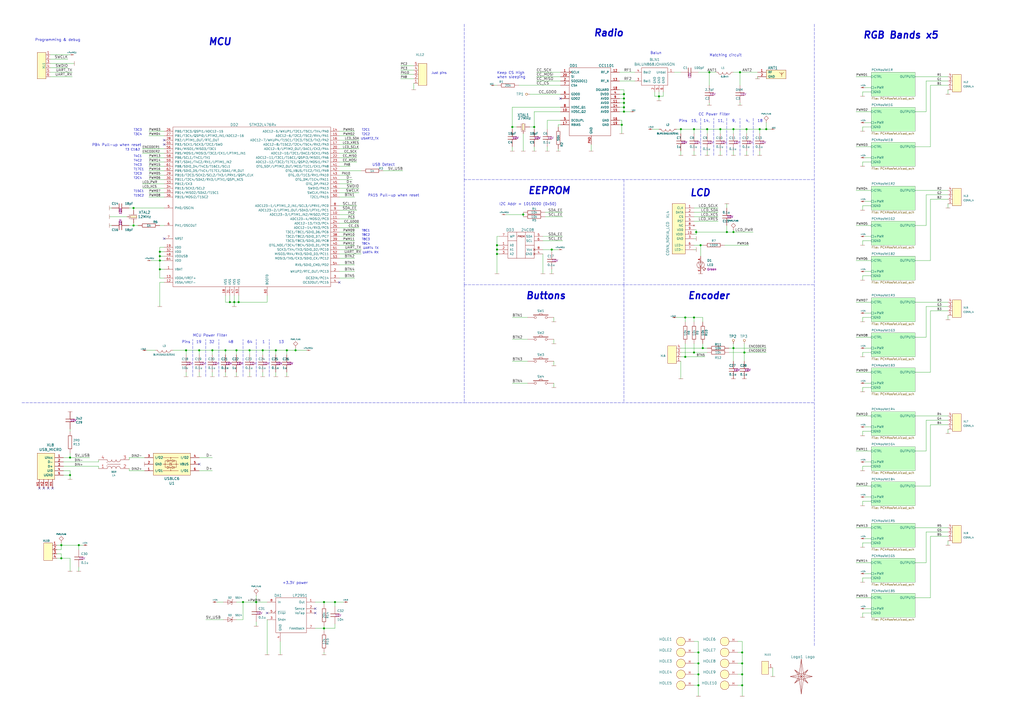
<source format=kicad_sch>
(kicad_sch (version 20210621) (generator eeschema)
  (paper "A2")
  (title_block (title "Siltear") (company "Ostranna"))
  (junction (at 35.56 316.23) (diameter 1.016))
  (junction (at 35.56 323.85) (diameter 1.016))
  (junction (at 40.64 265.43) (diameter 1.016))
  (junction (at 40.64 275.59) (diameter 1.016))
  (junction (at 45.72 316.23) (diameter 1.016))
  (junction (at 77.47 120.65) (diameter 1.016))
  (junction (at 77.47 130.81) (diameter 1.016))
  (junction (at 92.71 146.05) (diameter 1.016))
  (junction (at 92.71 148.59) (diameter 1.016))
  (junction (at 92.71 151.13) (diameter 1.016))
  (junction (at 92.71 156.21) (diameter 1.016))
  (junction (at 107.95 203.2) (diameter 1.016))
  (junction (at 115.57 203.2) (diameter 1.016))
  (junction (at 123.19 203.2) (diameter 1.016))
  (junction (at 130.81 203.2) (diameter 1.016))
  (junction (at 133.35 175.26) (diameter 1.016))
  (junction (at 135.89 175.26) (diameter 1.016))
  (junction (at 137.16 203.2) (diameter 1.016))
  (junction (at 138.43 175.26) (diameter 1.016))
  (junction (at 140.97 349.25) (diameter 1.016))
  (junction (at 144.78 203.2) (diameter 1.016))
  (junction (at 148.59 349.25) (diameter 1.016))
  (junction (at 152.4 203.2) (diameter 1.016))
  (junction (at 160.02 203.2) (diameter 1.016))
  (junction (at 166.37 203.2) (diameter 1.016))
  (junction (at 171.45 203.2) (diameter 1.016))
  (junction (at 187.96 349.25) (diameter 1.016))
  (junction (at 187.96 364.49) (diameter 1.016))
  (junction (at 194.31 349.25) (diameter 1.016))
  (junction (at 288.29 142.24) (diameter 1.016))
  (junction (at 288.29 144.78) (diameter 1.016))
  (junction (at 288.29 147.32) (diameter 1.016))
  (junction (at 297.18 73.66) (diameter 1.016))
  (junction (at 303.53 124.46) (diameter 1.016))
  (junction (at 309.88 73.66) (diameter 1.016))
  (junction (at 320.04 144.78) (diameter 1.016))
  (junction (at 360.68 72.39) (diameter 1.016))
  (junction (at 361.95 54.61) (diameter 1.016))
  (junction (at 361.95 57.15) (diameter 1.016))
  (junction (at 361.95 59.69) (diameter 1.016))
  (junction (at 361.95 62.23) (diameter 1.016))
  (junction (at 361.95 64.77) (diameter 1.016))
  (junction (at 382.27 55.88) (diameter 1.016))
  (junction (at 394.97 74.93) (diameter 1.016))
  (junction (at 397.51 184.15) (diameter 1.016))
  (junction (at 397.51 207.01) (diameter 1.016))
  (junction (at 402.59 74.93) (diameter 1.016))
  (junction (at 402.59 184.15) (diameter 1.016))
  (junction (at 402.59 204.47) (diameter 1.016))
  (junction (at 403.86 134.62) (diameter 1.016))
  (junction (at 405.13 378.46) (diameter 1.016))
  (junction (at 405.13 384.81) (diameter 1.016))
  (junction (at 405.13 391.16) (diameter 1.016))
  (junction (at 405.13 397.51) (diameter 1.016))
  (junction (at 406.4 142.24) (diameter 1.016))
  (junction (at 407.67 201.93) (diameter 1.016))
  (junction (at 410.21 74.93) (diameter 1.016))
  (junction (at 411.48 41.91) (diameter 1.016))
  (junction (at 417.83 74.93) (diameter 1.016))
  (junction (at 421.64 134.62) (diameter 1.016))
  (junction (at 425.45 74.93) (diameter 1.016))
  (junction (at 425.45 134.62) (diameter 1.016))
  (junction (at 425.45 201.93) (diameter 1.016))
  (junction (at 429.26 41.91) (diameter 1.016))
  (junction (at 430.53 378.46) (diameter 1.016))
  (junction (at 430.53 384.81) (diameter 1.016))
  (junction (at 430.53 391.16) (diameter 1.016))
  (junction (at 430.53 397.51) (diameter 1.016))
  (junction (at 431.8 204.47) (diameter 1.016))
  (junction (at 433.07 74.93) (diameter 1.016))
  (junction (at 440.69 74.93) (diameter 1.016))
  (junction (at 444.5 74.93) (diameter 1.016))
  (no_connect (at 22.86 283.21))
  (no_connect (at 25.4 283.21))
  (no_connect (at 27.94 283.21))
  (no_connect (at 30.48 283.21))
  (no_connect (at 95.25 81.28))
  (no_connect (at 95.25 83.82))
  (no_connect (at 95.25 138.43))
  (no_connect (at 115.57 269.24))
  (no_connect (at 154.94 355.6))
  (no_connect (at 182.88 353.06))
  (no_connect (at 182.88 355.6))
  (no_connect (at 196.85 163.83))
  (no_connect (at 325.12 57.15))
  (wire (pts (xy 29.21 31.75) (xy 40.64 31.75)))
  (wire (pts (xy 29.21 36.83) (xy 43.18 36.83)))
  (wire (pts (xy 29.21 39.37) (xy 39.37 39.37)))
  (wire (pts (xy 29.21 44.45) (xy 41.91 44.45)))
  (wire (pts (xy 33.02 316.23) (xy 35.56 316.23)))
  (wire (pts (xy 33.02 318.77) (xy 35.56 318.77)))
  (wire (pts (xy 33.02 321.31) (xy 35.56 321.31)))
  (wire (pts (xy 33.02 323.85) (xy 35.56 323.85)))
  (wire (pts (xy 35.56 316.23) (xy 35.56 314.96)))
  (wire (pts (xy 35.56 316.23) (xy 45.72 316.23)))
  (wire (pts (xy 35.56 318.77) (xy 35.56 316.23)))
  (wire (pts (xy 35.56 321.31) (xy 35.56 323.85)))
  (wire (pts (xy 35.56 323.85) (xy 40.64 323.85)))
  (wire (pts (xy 36.83 265.43) (xy 40.64 265.43)))
  (wire (pts (xy 36.83 267.97) (xy 57.15 267.97)))
  (wire (pts (xy 36.83 270.51) (xy 57.15 270.51)))
  (wire (pts (xy 36.83 273.05) (xy 40.64 273.05)))
  (wire (pts (xy 39.37 34.29) (xy 29.21 34.29)))
  (wire (pts (xy 40.64 248.92) (xy 40.64 250.19)))
  (wire (pts (xy 40.64 262.89) (xy 40.64 265.43)))
  (wire (pts (xy 40.64 265.43) (xy 52.07 265.43)))
  (wire (pts (xy 40.64 273.05) (xy 40.64 275.59)))
  (wire (pts (xy 40.64 275.59) (xy 36.83 275.59)))
  (wire (pts (xy 40.64 275.59) (xy 40.64 278.13)))
  (wire (pts (xy 40.64 323.85) (xy 40.64 331.47)))
  (wire (pts (xy 41.91 41.91) (xy 29.21 41.91)))
  (wire (pts (xy 45.72 316.23) (xy 45.72 318.77)))
  (wire (pts (xy 45.72 316.23) (xy 48.26 316.23)))
  (wire (pts (xy 45.72 328.93) (xy 45.72 331.47)))
  (wire (pts (xy 57.15 267.97) (xy 57.15 266.7)))
  (wire (pts (xy 57.15 270.51) (xy 57.15 271.78)))
  (wire (pts (xy 63.5 120.65) (xy 64.77 120.65)))
  (wire (pts (xy 63.5 125.73) (xy 73.66 125.73)))
  (wire (pts (xy 64.77 130.81) (xy 63.5 130.81)))
  (wire (pts (xy 74.93 120.65) (xy 77.47 120.65)))
  (wire (pts (xy 74.93 130.81) (xy 77.47 130.81)))
  (wire (pts (xy 74.93 265.43) (xy 83.82 265.43)))
  (wire (pts (xy 74.93 266.7) (xy 74.93 265.43)))
  (wire (pts (xy 74.93 271.78) (xy 74.93 273.05)))
  (wire (pts (xy 74.93 273.05) (xy 83.82 273.05)))
  (wire (pts (xy 77.47 120.65) (xy 95.25 120.65)))
  (wire (pts (xy 77.47 121.92) (xy 77.47 120.65)))
  (wire (pts (xy 77.47 130.81) (xy 77.47 129.54)))
  (wire (pts (xy 77.47 130.81) (xy 80.01 130.81)))
  (wire (pts (xy 82.55 86.36) (xy 95.25 86.36)))
  (wire (pts (xy 82.55 88.9) (xy 95.25 88.9)))
  (wire (pts (xy 82.55 106.68) (xy 95.25 106.68)))
  (wire (pts (xy 82.55 109.22) (xy 95.25 109.22)))
  (wire (pts (xy 85.09 203.2) (xy 90.17 203.2)))
  (wire (pts (xy 87.63 151.13) (xy 92.71 151.13)))
  (wire (pts (xy 92.71 130.81) (xy 95.25 130.81)))
  (wire (pts (xy 92.71 143.51) (xy 92.71 146.05)))
  (wire (pts (xy 92.71 146.05) (xy 92.71 148.59)))
  (wire (pts (xy 92.71 148.59) (xy 92.71 151.13)))
  (wire (pts (xy 92.71 148.59) (xy 95.25 148.59)))
  (wire (pts (xy 92.71 151.13) (xy 92.71 156.21)))
  (wire (pts (xy 92.71 151.13) (xy 95.25 151.13)))
  (wire (pts (xy 92.71 156.21) (xy 92.71 161.29)))
  (wire (pts (xy 92.71 156.21) (xy 95.25 156.21)))
  (wire (pts (xy 92.71 161.29) (xy 95.25 161.29)))
  (wire (pts (xy 92.71 163.83) (xy 95.25 163.83)))
  (wire (pts (xy 92.71 177.8) (xy 92.71 163.83)))
  (wire (pts (xy 95.25 76.2) (xy 86.36 76.2)))
  (wire (pts (xy 95.25 78.74) (xy 86.36 78.74)))
  (wire (pts (xy 95.25 91.44) (xy 86.36 91.44)))
  (wire (pts (xy 95.25 93.98) (xy 86.36 93.98)))
  (wire (pts (xy 95.25 96.52) (xy 86.36 96.52)))
  (wire (pts (xy 95.25 99.06) (xy 86.36 99.06)))
  (wire (pts (xy 95.25 101.6) (xy 86.36 101.6)))
  (wire (pts (xy 95.25 104.14) (xy 86.36 104.14)))
  (wire (pts (xy 95.25 111.76) (xy 86.36 111.76)))
  (wire (pts (xy 95.25 114.3) (xy 86.36 114.3)))
  (wire (pts (xy 95.25 143.51) (xy 92.71 143.51)))
  (wire (pts (xy 95.25 146.05) (xy 92.71 146.05)))
  (wire (pts (xy 107.95 203.2) (xy 100.33 203.2)))
  (wire (pts (xy 107.95 205.74) (xy 107.95 203.2)))
  (wire (pts (xy 107.95 215.9) (xy 107.95 218.44)))
  (wire (pts (xy 115.57 203.2) (xy 107.95 203.2)))
  (wire (pts (xy 115.57 203.2) (xy 115.57 205.74)))
  (wire (pts (xy 115.57 215.9) (xy 115.57 218.44)))
  (wire (pts (xy 115.57 265.43) (xy 123.19 265.43)))
  (wire (pts (xy 115.57 273.05) (xy 123.19 273.05)))
  (wire (pts (xy 119.38 359.41) (xy 129.54 359.41)))
  (wire (pts (xy 123.19 203.2) (xy 115.57 203.2)))
  (wire (pts (xy 123.19 203.2) (xy 123.19 205.74)))
  (wire (pts (xy 123.19 215.9) (xy 123.19 218.44)))
  (wire (pts (xy 125.73 349.25) (xy 129.54 349.25)))
  (wire (pts (xy 130.81 171.45) (xy 130.81 175.26)))
  (wire (pts (xy 130.81 175.26) (xy 133.35 175.26)))
  (wire (pts (xy 130.81 203.2) (xy 123.19 203.2)))
  (wire (pts (xy 130.81 203.2) (xy 130.81 205.74)))
  (wire (pts (xy 130.81 215.9) (xy 130.81 218.44)))
  (wire (pts (xy 133.35 171.45) (xy 133.35 175.26)))
  (wire (pts (xy 133.35 175.26) (xy 135.89 175.26)))
  (wire (pts (xy 135.89 171.45) (xy 135.89 175.26)))
  (wire (pts (xy 135.89 175.26) (xy 135.89 177.8)))
  (wire (pts (xy 135.89 175.26) (xy 138.43 175.26)))
  (wire (pts (xy 137.16 203.2) (xy 130.81 203.2)))
  (wire (pts (xy 137.16 203.2) (xy 137.16 205.74)))
  (wire (pts (xy 137.16 215.9) (xy 137.16 218.44)))
  (wire (pts (xy 137.16 349.25) (xy 140.97 349.25)))
  (wire (pts (xy 137.16 359.41) (xy 140.97 359.41)))
  (wire (pts (xy 138.43 175.26) (xy 138.43 171.45)))
  (wire (pts (xy 138.43 175.26) (xy 154.94 175.26)))
  (wire (pts (xy 140.97 349.25) (xy 140.97 359.41)))
  (wire (pts (xy 140.97 349.25) (xy 148.59 349.25)))
  (wire (pts (xy 144.78 203.2) (xy 137.16 203.2)))
  (wire (pts (xy 144.78 203.2) (xy 144.78 205.74)))
  (wire (pts (xy 144.78 203.2) (xy 152.4 203.2)))
  (wire (pts (xy 144.78 215.9) (xy 144.78 218.44)))
  (wire (pts (xy 148.59 345.44) (xy 148.59 349.25)))
  (wire (pts (xy 148.59 349.25) (xy 148.59 350.52)))
  (wire (pts (xy 148.59 349.25) (xy 154.94 349.25)))
  (wire (pts (xy 148.59 360.68) (xy 148.59 363.22)))
  (wire (pts (xy 152.4 203.2) (xy 152.4 205.74)))
  (wire (pts (xy 152.4 203.2) (xy 160.02 203.2)))
  (wire (pts (xy 152.4 215.9) (xy 152.4 218.44)))
  (wire (pts (xy 154.94 175.26) (xy 154.94 171.45)))
  (wire (pts (xy 154.94 359.41) (xy 154.94 379.73)))
  (wire (pts (xy 160.02 203.2) (xy 160.02 205.74)))
  (wire (pts (xy 160.02 215.9) (xy 160.02 218.44)))
  (wire (pts (xy 162.56 372.11) (xy 162.56 379.73)))
  (wire (pts (xy 166.37 203.2) (xy 160.02 203.2)))
  (wire (pts (xy 166.37 203.2) (xy 166.37 205.74)))
  (wire (pts (xy 166.37 203.2) (xy 171.45 203.2)))
  (wire (pts (xy 166.37 215.9) (xy 166.37 218.44)))
  (wire (pts (xy 171.45 201.93) (xy 171.45 203.2)))
  (wire (pts (xy 171.45 203.2) (xy 177.8 203.2)))
  (wire (pts (xy 187.96 349.25) (xy 182.88 349.25)))
  (wire (pts (xy 187.96 349.25) (xy 187.96 350.52)))
  (wire (pts (xy 187.96 363.22) (xy 187.96 364.49)))
  (wire (pts (xy 187.96 364.49) (xy 182.88 364.49)))
  (wire (pts (xy 187.96 364.49) (xy 187.96 365.76)))
  (wire (pts (xy 187.96 378.46) (xy 187.96 379.73)))
  (wire (pts (xy 194.31 349.25) (xy 187.96 349.25)))
  (wire (pts (xy 194.31 349.25) (xy 194.31 351.79)))
  (wire (pts (xy 194.31 361.95) (xy 194.31 364.49)))
  (wire (pts (xy 194.31 364.49) (xy 187.96 364.49)))
  (wire (pts (xy 196.85 76.2) (xy 205.74 76.2)))
  (wire (pts (xy 196.85 78.74) (xy 205.74 78.74)))
  (wire (pts (xy 196.85 83.82) (xy 208.28 83.82)))
  (wire (pts (xy 196.85 88.9) (xy 207.01 88.9)))
  (wire (pts (xy 196.85 91.44) (xy 207.01 91.44)))
  (wire (pts (xy 196.85 93.98) (xy 207.01 93.98)))
  (wire (pts (xy 196.85 96.52) (xy 203.2 96.52)))
  (wire (pts (xy 196.85 99.06) (xy 209.55 99.06)))
  (wire (pts (xy 196.85 101.6) (xy 203.2 101.6)))
  (wire (pts (xy 196.85 104.14) (xy 204.47 104.14)))
  (wire (pts (xy 196.85 111.76) (xy 208.28 111.76)))
  (wire (pts (xy 196.85 114.3) (xy 205.74 114.3)))
  (wire (pts (xy 196.85 121.92) (xy 207.01 121.92)))
  (wire (pts (xy 196.85 124.46) (xy 205.74 124.46)))
  (wire (pts (xy 196.85 127) (xy 205.74 127)))
  (wire (pts (xy 196.85 129.54) (xy 208.28 129.54)))
  (wire (pts (xy 196.85 132.08) (xy 208.28 132.08)))
  (wire (pts (xy 196.85 134.62) (xy 205.74 134.62)))
  (wire (pts (xy 196.85 137.16) (xy 205.74 137.16)))
  (wire (pts (xy 196.85 139.7) (xy 205.74 139.7)))
  (wire (pts (xy 196.85 142.24) (xy 205.74 142.24)))
  (wire (pts (xy 196.85 147.32) (xy 209.55 147.32)))
  (wire (pts (xy 196.85 149.86) (xy 205.74 149.86)))
  (wire (pts (xy 196.85 153.67) (xy 205.74 153.67)))
  (wire (pts (xy 196.85 157.48) (xy 205.74 157.48)))
  (wire (pts (xy 196.85 161.29) (xy 205.74 161.29)))
  (wire (pts (xy 199.39 349.25) (xy 194.31 349.25)))
  (wire (pts (xy 204.47 106.68) (xy 196.85 106.68)))
  (wire (pts (xy 207.01 119.38) (xy 196.85 119.38)))
  (wire (pts (xy 208.28 81.28) (xy 196.85 81.28)))
  (wire (pts (xy 208.28 86.36) (xy 196.85 86.36)))
  (wire (pts (xy 208.28 109.22) (xy 196.85 109.22)))
  (wire (pts (xy 209.55 144.78) (xy 196.85 144.78)))
  (wire (pts (xy 232.41 38.1) (xy 240.03 38.1)))
  (wire (pts (xy 232.41 40.64) (xy 240.03 40.64)))
  (wire (pts (xy 232.41 43.18) (xy 240.03 43.18)))
  (wire (pts (xy 232.41 45.72) (xy 240.03 45.72)))
  (wire (pts (xy 233.68 99.06) (xy 222.25 99.06)))
  (wire (pts (xy 240.03 48.26) (xy 240.03 52.07)))
  (wire (pts (xy 287.02 49.53) (xy 288.29 49.53)))
  (wire (pts (xy 288.29 137.16) (xy 288.29 142.24)))
  (wire (pts (xy 288.29 142.24) (xy 288.29 144.78)))
  (wire (pts (xy 288.29 142.24) (xy 289.56 142.24)))
  (wire (pts (xy 288.29 144.78) (xy 288.29 147.32)))
  (wire (pts (xy 288.29 144.78) (xy 289.56 144.78)))
  (wire (pts (xy 288.29 147.32) (xy 288.29 158.75)))
  (wire (pts (xy 288.29 147.32) (xy 289.56 147.32)))
  (wire (pts (xy 289.56 137.16) (xy 288.29 137.16)))
  (wire (pts (xy 293.37 124.46) (xy 303.53 124.46)))
  (wire (pts (xy 297.18 62.23) (xy 297.18 73.66)))
  (wire (pts (xy 297.18 73.66) (xy 297.18 74.93)))
  (wire (pts (xy 297.18 85.09) (xy 297.18 87.63)))
  (wire (pts (xy 299.72 73.66) (xy 297.18 73.66)))
  (wire (pts (xy 300.99 49.53) (xy 325.12 49.53)))
  (wire (pts (xy 303.53 77.47) (xy 303.53 87.63)))
  (wire (pts (xy 303.53 123.19) (xy 303.53 124.46)))
  (wire (pts (xy 303.53 124.46) (xy 303.53 125.73)))
  (wire (pts (xy 306.07 184.15) (xy 297.18 184.15)))
  (wire (pts (xy 306.07 196.85) (xy 297.18 196.85)))
  (wire (pts (xy 306.07 209.55) (xy 297.18 209.55)))
  (wire (pts (xy 306.07 222.25) (xy 297.18 222.25)))
  (wire (pts (xy 307.34 54.61) (xy 325.12 54.61)))
  (wire (pts (xy 307.34 73.66) (xy 309.88 73.66)))
  (wire (pts (xy 309.88 64.77) (xy 325.12 64.77)))
  (wire (pts (xy 309.88 73.66) (xy 309.88 64.77)))
  (wire (pts (xy 309.88 74.93) (xy 309.88 73.66)))
  (wire (pts (xy 309.88 85.09) (xy 309.88 87.63)))
  (wire (pts (xy 311.15 41.91) (xy 325.12 41.91)))
  (wire (pts (xy 311.15 44.45) (xy 325.12 44.45)))
  (wire (pts (xy 311.15 46.99) (xy 325.12 46.99)))
  (wire (pts (xy 314.96 144.78) (xy 320.04 144.78)))
  (wire (pts (xy 314.96 158.75) (xy 314.96 147.32)))
  (wire (pts (xy 316.23 123.19) (xy 326.39 123.19)))
  (wire (pts (xy 317.5 69.85) (xy 317.5 74.93)))
  (wire (pts (xy 317.5 85.09) (xy 317.5 87.63)))
  (wire (pts (xy 320.04 144.78) (xy 323.85 144.78)))
  (wire (pts (xy 320.04 146.05) (xy 320.04 144.78)))
  (wire (pts (xy 320.04 156.21) (xy 320.04 158.75)))
  (wire (pts (xy 321.31 184.15) (xy 321.31 186.69)))
  (wire (pts (xy 321.31 196.85) (xy 321.31 199.39)))
  (wire (pts (xy 321.31 209.55) (xy 321.31 212.09)))
  (wire (pts (xy 321.31 222.25) (xy 321.31 224.79)))
  (wire (pts (xy 323.85 72.39) (xy 325.12 72.39)))
  (wire (pts (xy 323.85 73.66) (xy 323.85 72.39)))
  (wire (pts (xy 323.85 86.36) (xy 323.85 87.63)))
  (wire (pts (xy 325.12 62.23) (xy 297.18 62.23)))
  (wire (pts (xy 325.12 69.85) (xy 317.5 69.85)))
  (wire (pts (xy 326.39 125.73) (xy 316.23 125.73)))
  (wire (pts (xy 326.39 137.16) (xy 314.96 137.16)))
  (wire (pts (xy 326.39 139.7) (xy 314.96 139.7)))
  (wire (pts (xy 342.9 83.82) (xy 342.9 87.63)))
  (wire (pts (xy 359.41 41.91) (xy 368.3 41.91)))
  (wire (pts (xy 359.41 52.07) (xy 361.95 52.07)))
  (wire (pts (xy 359.41 54.61) (xy 361.95 54.61)))
  (wire (pts (xy 359.41 57.15) (xy 361.95 57.15)))
  (wire (pts (xy 359.41 59.69) (xy 361.95 59.69)))
  (wire (pts (xy 359.41 62.23) (xy 361.95 62.23)))
  (wire (pts (xy 359.41 64.77) (xy 361.95 64.77)))
  (wire (pts (xy 359.41 72.39) (xy 360.68 72.39)))
  (wire (pts (xy 360.68 69.85) (xy 359.41 69.85)))
  (wire (pts (xy 360.68 72.39) (xy 360.68 69.85)))
  (wire (pts (xy 360.68 77.47) (xy 360.68 72.39)))
  (wire (pts (xy 361.95 52.07) (xy 361.95 54.61)))
  (wire (pts (xy 361.95 54.61) (xy 361.95 57.15)))
  (wire (pts (xy 361.95 57.15) (xy 361.95 59.69)))
  (wire (pts (xy 361.95 59.69) (xy 361.95 62.23)))
  (wire (pts (xy 361.95 62.23) (xy 361.95 64.77)))
  (wire (pts (xy 361.95 64.77) (xy 365.76 64.77)))
  (wire (pts (xy 368.3 46.99) (xy 359.41 46.99)))
  (wire (pts (xy 378.46 74.93) (xy 382.27 74.93)))
  (wire (pts (xy 379.73 53.34) (xy 379.73 55.88)))
  (wire (pts (xy 379.73 55.88) (xy 382.27 55.88)))
  (wire (pts (xy 382.27 53.34) (xy 382.27 55.88)))
  (wire (pts (xy 382.27 55.88) (xy 382.27 58.42)))
  (wire (pts (xy 382.27 55.88) (xy 384.81 55.88)))
  (wire (pts (xy 384.81 55.88) (xy 384.81 53.34)))
  (wire (pts (xy 392.43 74.93) (xy 394.97 74.93)))
  (wire (pts (xy 392.43 184.15) (xy 397.51 184.15)))
  (wire (pts (xy 394.97 41.91) (xy 391.16 41.91)))
  (wire (pts (xy 394.97 74.93) (xy 402.59 74.93)))
  (wire (pts (xy 394.97 77.47) (xy 394.97 74.93)))
  (wire (pts (xy 394.97 87.63) (xy 394.97 90.17)))
  (wire (pts (xy 394.97 201.93) (xy 407.67 201.93)))
  (wire (pts (xy 394.97 204.47) (xy 402.59 204.47)))
  (wire (pts (xy 394.97 207.01) (xy 397.51 207.01)))
  (wire (pts (xy 394.97 209.55) (xy 394.97 219.71)))
  (wire (pts (xy 397.51 184.15) (xy 402.59 184.15)))
  (wire (pts (xy 397.51 186.69) (xy 397.51 184.15)))
  (wire (pts (xy 397.51 199.39) (xy 397.51 207.01)))
  (wire (pts (xy 397.51 207.01) (xy 408.94 207.01)))
  (wire (pts (xy 402.59 74.93) (xy 410.21 74.93)))
  (wire (pts (xy 402.59 77.47) (xy 402.59 74.93)))
  (wire (pts (xy 402.59 87.63) (xy 402.59 90.17)))
  (wire (pts (xy 402.59 120.65) (xy 416.56 120.65)))
  (wire (pts (xy 402.59 125.73) (xy 416.56 125.73)))
  (wire (pts (xy 402.59 135.89) (xy 403.86 135.89)))
  (wire (pts (xy 402.59 142.24) (xy 406.4 142.24)))
  (wire (pts (xy 402.59 184.15) (xy 402.59 186.69)))
  (wire (pts (xy 402.59 184.15) (xy 407.67 184.15)))
  (wire (pts (xy 402.59 199.39) (xy 402.59 204.47)))
  (wire (pts (xy 402.59 204.47) (xy 410.21 204.47)))
  (wire (pts (xy 402.59 372.11) (xy 405.13 372.11)))
  (wire (pts (xy 402.59 378.46) (xy 405.13 378.46)))
  (wire (pts (xy 402.59 384.81) (xy 405.13 384.81)))
  (wire (pts (xy 402.59 391.16) (xy 405.13 391.16)))
  (wire (pts (xy 402.59 397.51) (xy 405.13 397.51)))
  (wire (pts (xy 403.86 133.35) (xy 402.59 133.35)))
  (wire (pts (xy 403.86 134.62) (xy 403.86 133.35)))
  (wire (pts (xy 403.86 134.62) (xy 421.64 134.62)))
  (wire (pts (xy 403.86 135.89) (xy 403.86 134.62)))
  (wire (pts (xy 403.86 138.43) (xy 402.59 138.43)))
  (wire (pts (xy 403.86 144.78) (xy 402.59 144.78)))
  (wire (pts (xy 405.13 41.91) (xy 411.48 41.91)))
  (wire (pts (xy 405.13 372.11) (xy 405.13 378.46)))
  (wire (pts (xy 405.13 378.46) (xy 405.13 384.81)))
  (wire (pts (xy 405.13 384.81) (xy 405.13 391.16)))
  (wire (pts (xy 405.13 391.16) (xy 405.13 397.51)))
  (wire (pts (xy 405.13 397.51) (xy 405.13 403.86)))
  (wire (pts (xy 406.4 142.24) (xy 406.4 148.59)))
  (wire (pts (xy 406.4 142.24) (xy 407.67 142.24)))
  (wire (pts (xy 407.67 184.15) (xy 407.67 186.69)))
  (wire (pts (xy 407.67 199.39) (xy 407.67 201.93)))
  (wire (pts (xy 407.67 201.93) (xy 410.21 201.93)))
  (wire (pts (xy 410.21 74.93) (xy 417.83 74.93)))
  (wire (pts (xy 410.21 77.47) (xy 410.21 74.93)))
  (wire (pts (xy 410.21 87.63) (xy 410.21 90.17)))
  (wire (pts (xy 411.48 41.91) (xy 411.48 49.53)))
  (wire (pts (xy 411.48 41.91) (xy 415.29 41.91)))
  (wire (pts (xy 411.48 59.69) (xy 411.48 60.96)))
  (wire (pts (xy 416.56 123.19) (xy 402.59 123.19)))
  (wire (pts (xy 416.56 128.27) (xy 402.59 128.27)))
  (wire (pts (xy 417.83 74.93) (xy 425.45 74.93)))
  (wire (pts (xy 417.83 77.47) (xy 417.83 74.93)))
  (wire (pts (xy 417.83 87.63) (xy 417.83 90.17)))
  (wire (pts (xy 421.64 120.65) (xy 421.64 118.11)))
  (wire (pts (xy 421.64 130.81) (xy 421.64 134.62)))
  (wire (pts (xy 421.64 134.62) (xy 425.45 134.62)))
  (wire (pts (xy 422.91 201.93) (xy 425.45 201.93)))
  (wire (pts (xy 422.91 204.47) (xy 431.8 204.47)))
  (wire (pts (xy 425.45 41.91) (xy 429.26 41.91)))
  (wire (pts (xy 425.45 74.93) (xy 433.07 74.93)))
  (wire (pts (xy 425.45 77.47) (xy 425.45 74.93)))
  (wire (pts (xy 425.45 87.63) (xy 425.45 90.17)))
  (wire (pts (xy 425.45 133.35) (xy 425.45 134.62)))
  (wire (pts (xy 425.45 134.62) (xy 436.88 134.62)))
  (wire (pts (xy 425.45 199.39) (xy 425.45 201.93)))
  (wire (pts (xy 425.45 201.93) (xy 425.45 209.55)))
  (wire (pts (xy 425.45 201.93) (xy 444.5 201.93)))
  (wire (pts (xy 427.99 372.11) (xy 430.53 372.11)))
  (wire (pts (xy 427.99 378.46) (xy 430.53 378.46)))
  (wire (pts (xy 427.99 384.81) (xy 430.53 384.81)))
  (wire (pts (xy 427.99 391.16) (xy 430.53 391.16)))
  (wire (pts (xy 427.99 397.51) (xy 430.53 397.51)))
  (wire (pts (xy 429.26 41.91) (xy 429.26 49.53)))
  (wire (pts (xy 429.26 41.91) (xy 439.42 41.91)))
  (wire (pts (xy 429.26 59.69) (xy 429.26 60.96)))
  (wire (pts (xy 430.53 372.11) (xy 430.53 378.46)))
  (wire (pts (xy 430.53 378.46) (xy 430.53 384.81)))
  (wire (pts (xy 430.53 384.81) (xy 430.53 391.16)))
  (wire (pts (xy 430.53 391.16) (xy 430.53 397.51)))
  (wire (pts (xy 430.53 397.51) (xy 430.53 403.86)))
  (wire (pts (xy 431.8 199.39) (xy 431.8 204.47)))
  (wire (pts (xy 431.8 204.47) (xy 431.8 209.55)))
  (wire (pts (xy 431.8 204.47) (xy 444.5 204.47)))
  (wire (pts (xy 433.07 74.93) (xy 440.69 74.93)))
  (wire (pts (xy 433.07 77.47) (xy 433.07 74.93)))
  (wire (pts (xy 433.07 87.63) (xy 433.07 90.17)))
  (wire (pts (xy 434.34 142.24) (xy 420.37 142.24)))
  (wire (pts (xy 439.42 44.45) (xy 439.42 45.72)))
  (wire (pts (xy 440.69 74.93) (xy 444.5 74.93)))
  (wire (pts (xy 440.69 77.47) (xy 440.69 74.93)))
  (wire (pts (xy 440.69 87.63) (xy 440.69 90.17)))
  (wire (pts (xy 444.5 74.93) (xy 444.5 71.12)))
  (wire (pts (xy 444.5 74.93) (xy 447.04 74.93)))
  (wire (pts (xy 448.31 387.35) (xy 448.31 392.43)))
  (wire (pts (xy 500.38 53.34) (xy 500.38 55.88)))
  (wire (pts (xy 500.38 53.34) (xy 505.46 53.34)))
  (wire (pts (xy 500.38 73.66) (xy 500.38 76.2)))
  (wire (pts (xy 500.38 73.66) (xy 505.46 73.66)))
  (wire (pts (xy 500.38 93.98) (xy 500.38 96.52)))
  (wire (pts (xy 500.38 93.98) (xy 505.46 93.98)))
  (wire (pts (xy 500.38 119.38) (xy 500.38 121.92)))
  (wire (pts (xy 500.38 119.38) (xy 505.46 119.38)))
  (wire (pts (xy 500.38 139.7) (xy 500.38 142.24)))
  (wire (pts (xy 500.38 139.7) (xy 505.46 139.7)))
  (wire (pts (xy 500.38 160.02) (xy 500.38 162.56)))
  (wire (pts (xy 500.38 160.02) (xy 505.46 160.02)))
  (wire (pts (xy 500.38 184.15) (xy 500.38 186.69)))
  (wire (pts (xy 500.38 184.15) (xy 505.46 184.15)))
  (wire (pts (xy 500.38 204.47) (xy 500.38 207.01)))
  (wire (pts (xy 500.38 204.47) (xy 505.46 204.47)))
  (wire (pts (xy 500.38 224.79) (xy 500.38 227.33)))
  (wire (pts (xy 500.38 224.79) (xy 505.46 224.79)))
  (wire (pts (xy 500.38 250.19) (xy 500.38 252.73)))
  (wire (pts (xy 500.38 250.19) (xy 505.46 250.19)))
  (wire (pts (xy 500.38 270.51) (xy 500.38 273.05)))
  (wire (pts (xy 500.38 270.51) (xy 505.46 270.51)))
  (wire (pts (xy 500.38 290.83) (xy 500.38 293.37)))
  (wire (pts (xy 500.38 290.83) (xy 505.46 290.83)))
  (wire (pts (xy 500.38 314.96) (xy 500.38 317.5)))
  (wire (pts (xy 500.38 314.96) (xy 505.46 314.96)))
  (wire (pts (xy 500.38 335.28) (xy 500.38 337.82)))
  (wire (pts (xy 500.38 335.28) (xy 505.46 335.28)))
  (wire (pts (xy 500.38 355.6) (xy 500.38 358.14)))
  (wire (pts (xy 500.38 355.6) (xy 505.46 355.6)))
  (wire (pts (xy 501.65 50.8) (xy 505.46 50.8)))
  (wire (pts (xy 501.65 71.12) (xy 505.46 71.12)))
  (wire (pts (xy 501.65 91.44) (xy 505.46 91.44)))
  (wire (pts (xy 501.65 116.84) (xy 505.46 116.84)))
  (wire (pts (xy 501.65 137.16) (xy 505.46 137.16)))
  (wire (pts (xy 501.65 157.48) (xy 505.46 157.48)))
  (wire (pts (xy 501.65 181.61) (xy 505.46 181.61)))
  (wire (pts (xy 501.65 201.93) (xy 505.46 201.93)))
  (wire (pts (xy 501.65 222.25) (xy 505.46 222.25)))
  (wire (pts (xy 501.65 247.65) (xy 505.46 247.65)))
  (wire (pts (xy 501.65 267.97) (xy 505.46 267.97)))
  (wire (pts (xy 501.65 288.29) (xy 505.46 288.29)))
  (wire (pts (xy 501.65 312.42) (xy 505.46 312.42)))
  (wire (pts (xy 501.65 332.74) (xy 505.46 332.74)))
  (wire (pts (xy 501.65 353.06) (xy 505.46 353.06)))
  (wire (pts (xy 505.46 44.45) (xy 496.57 44.45)))
  (wire (pts (xy 505.46 64.77) (xy 496.57 64.77)))
  (wire (pts (xy 505.46 85.09) (xy 496.57 85.09)))
  (wire (pts (xy 505.46 110.49) (xy 496.57 110.49)))
  (wire (pts (xy 505.46 130.81) (xy 496.57 130.81)))
  (wire (pts (xy 505.46 151.13) (xy 496.57 151.13)))
  (wire (pts (xy 505.46 175.26) (xy 496.57 175.26)))
  (wire (pts (xy 505.46 195.58) (xy 496.57 195.58)))
  (wire (pts (xy 505.46 215.9) (xy 496.57 215.9)))
  (wire (pts (xy 505.46 241.3) (xy 496.57 241.3)))
  (wire (pts (xy 505.46 261.62) (xy 496.57 261.62)))
  (wire (pts (xy 505.46 281.94) (xy 496.57 281.94)))
  (wire (pts (xy 505.46 306.07) (xy 496.57 306.07)))
  (wire (pts (xy 505.46 326.39) (xy 496.57 326.39)))
  (wire (pts (xy 505.46 346.71) (xy 496.57 346.71)))
  (wire (pts (xy 530.86 44.45) (xy 549.91 44.45)))
  (wire (pts (xy 530.86 64.77) (xy 537.21 64.77)))
  (wire (pts (xy 530.86 85.09) (xy 539.75 85.09)))
  (wire (pts (xy 530.86 110.49) (xy 549.91 110.49)))
  (wire (pts (xy 530.86 130.81) (xy 537.21 130.81)))
  (wire (pts (xy 530.86 151.13) (xy 539.75 151.13)))
  (wire (pts (xy 530.86 175.26) (xy 549.91 175.26)))
  (wire (pts (xy 530.86 195.58) (xy 537.21 195.58)))
  (wire (pts (xy 530.86 215.9) (xy 539.75 215.9)))
  (wire (pts (xy 530.86 241.3) (xy 549.91 241.3)))
  (wire (pts (xy 530.86 261.62) (xy 537.21 261.62)))
  (wire (pts (xy 530.86 281.94) (xy 539.75 281.94)))
  (wire (pts (xy 530.86 306.07) (xy 549.91 306.07)))
  (wire (pts (xy 530.86 326.39) (xy 537.21 326.39)))
  (wire (pts (xy 530.86 346.71) (xy 539.75 346.71)))
  (wire (pts (xy 537.21 64.77) (xy 537.21 46.99)))
  (wire (pts (xy 537.21 130.81) (xy 537.21 113.03)))
  (wire (pts (xy 537.21 195.58) (xy 537.21 177.8)))
  (wire (pts (xy 537.21 261.62) (xy 537.21 243.84)))
  (wire (pts (xy 537.21 326.39) (xy 537.21 308.61)))
  (wire (pts (xy 539.75 85.09) (xy 539.75 49.53)))
  (wire (pts (xy 539.75 151.13) (xy 539.75 115.57)))
  (wire (pts (xy 539.75 215.9) (xy 539.75 180.34)))
  (wire (pts (xy 539.75 281.94) (xy 539.75 246.38)))
  (wire (pts (xy 539.75 346.71) (xy 539.75 311.15)))
  (wire (pts (xy 549.91 46.99) (xy 537.21 46.99)))
  (wire (pts (xy 549.91 49.53) (xy 539.75 49.53)))
  (wire (pts (xy 549.91 52.07) (xy 549.91 54.61)))
  (wire (pts (xy 549.91 113.03) (xy 537.21 113.03)))
  (wire (pts (xy 549.91 115.57) (xy 539.75 115.57)))
  (wire (pts (xy 549.91 118.11) (xy 549.91 120.65)))
  (wire (pts (xy 549.91 177.8) (xy 537.21 177.8)))
  (wire (pts (xy 549.91 180.34) (xy 539.75 180.34)))
  (wire (pts (xy 549.91 182.88) (xy 549.91 185.42)))
  (wire (pts (xy 549.91 243.84) (xy 537.21 243.84)))
  (wire (pts (xy 549.91 246.38) (xy 539.75 246.38)))
  (wire (pts (xy 549.91 248.92) (xy 549.91 251.46)))
  (wire (pts (xy 549.91 308.61) (xy 537.21 308.61)))
  (wire (pts (xy 549.91 311.15) (xy 539.75 311.15)))
  (wire (pts (xy 549.91 313.69) (xy 549.91 316.23)))
  (polyline (pts (xy 12.7 233.68) (xy 269.24 233.68)) (stroke (width 0) (type dash)))
  (polyline (pts (xy 111.76 218.44) (xy 111.76 196.85)) (stroke (width 0) (type dash)))
  (polyline (pts (xy 119.38 218.44) (xy 119.38 196.85)) (stroke (width 0) (type dash)))
  (polyline (pts (xy 127 218.44) (xy 127 196.85)) (stroke (width 0) (type dash)))
  (polyline (pts (xy 140.97 218.44) (xy 140.97 196.85)) (stroke (width 0) (type dash)))
  (polyline (pts (xy 148.59 218.44) (xy 148.59 196.85)) (stroke (width 0) (type dash)))
  (polyline (pts (xy 156.21 218.44) (xy 156.21 196.85)) (stroke (width 0) (type dash)))
  (polyline (pts (xy 269.24 13.97) (xy 269.24 104.14)) (stroke (width 0) (type dash)))
  (polyline (pts (xy 269.24 104.14) (xy 269.24 165.1)) (stroke (width 0) (type dash)))
  (polyline (pts (xy 269.24 104.14) (xy 472.44 104.14)) (stroke (width 0) (type dash)))
  (polyline (pts (xy 269.24 165.1) (xy 269.24 233.68)) (stroke (width 0) (type dash)))
  (polyline (pts (xy 269.24 165.1) (xy 472.44 165.1)) (stroke (width 0) (type dash)))
  (polyline (pts (xy 269.24 233.68) (xy 472.44 233.68)) (stroke (width 0) (type dash)))
  (polyline (pts (xy 361.95 104.14) (xy 361.95 165.1)) (stroke (width 0) (type dash)))
  (polyline (pts (xy 361.95 165.1) (xy 361.95 233.68)) (stroke (width 0) (type dash)))
  (polyline (pts (xy 406.4 68.58) (xy 406.4 90.17)) (stroke (width 0) (type dash)))
  (polyline (pts (xy 414.02 90.17) (xy 414.02 68.58)) (stroke (width 0) (type dash)))
  (polyline (pts (xy 421.64 68.58) (xy 421.64 90.17)) (stroke (width 0) (type dash)))
  (polyline (pts (xy 429.26 90.17) (xy 429.26 68.58)) (stroke (width 0) (type dash)))
  (polyline (pts (xy 436.88 68.58) (xy 436.88 90.17)) (stroke (width 0) (type dash)))
  (polyline (pts (xy 472.44 13.97) (xy 472.44 374.65)) (stroke (width 0) (type dash)))
  (text "Programming & debug" (at 20.32 24.13 0) (effects (font (size 1.524 1.524)) (justify left bottom)))
  (text "PB4 Pull-up when reset" (at 53.34 85.09 0) (effects (font (size 1.524 1.524)) (justify left bottom)))
  (text "T3C3" (at 77.47 76.2 0) (effects (font (size 1.27 1.27)) (justify left bottom)))
  (text "T3C4" (at 77.47 78.74 0) (effects (font (size 1.27 1.27)) (justify left bottom)))
  (text "T4C1" (at 77.47 91.44 0) (effects (font (size 1.27 1.27)) (justify left bottom)))
  (text "T4C2" (at 77.47 93.98 0) (effects (font (size 1.27 1.27)) (justify left bottom)))
  (text "T4C3" (at 77.47 96.52 0) (effects (font (size 1.27 1.27)) (justify left bottom)))
  (text "T17C1" (at 77.47 99.06 0) (effects (font (size 1.27 1.27)) (justify left bottom)))
  (text "T2C3" (at 77.47 101.6 0) (effects (font (size 1.27 1.27)) (justify left bottom)))
  (text "T2C4" (at 77.47 104.14 0) (effects (font (size 1.27 1.27)) (justify left bottom)))
  (text "T15C1" (at 77.47 111.76 0) (effects (font (size 1.27 1.27)) (justify left bottom)))
  (text "T15C2" (at 77.47 114.3 0) (effects (font (size 1.27 1.27)) (justify left bottom)))
  (text "T3 C1&2" (at 81.28 87.63 180) (effects (font (size 1.27 1.27)) (justify right bottom)))
  (text "Pins   19    32       48       64     1       13" (at 105.41 199.39 0) (effects (font (size 1.524 1.524)) (justify left bottom)))
  (text "MCU Power Filter" (at 111.76 195.58 0) (effects (font (size 1.524 1.524)) (justify left bottom)))
  (text "MCU" (at 120.65 26.67 0) (effects (font (size 4 4) (thickness 0.8) bold italic) (justify left bottom)))
  (text "+3.3V power" (at 163.83 339.09 0) (effects (font (size 1.524 1.524)) (justify left bottom)))
  (text "PA15 Pull-up when reset" (at 213.36 114.3 0) (effects (font (size 1.524 1.524)) (justify left bottom)))
  (text "T2C1" (at 214.63 76.2 180) (effects (font (size 1.27 1.27)) (justify right bottom)))
  (text "T2C2" (at 214.63 78.74 180) (effects (font (size 1.27 1.27)) (justify right bottom)))
  (text "T8C1" (at 214.63 134.62 180) (effects (font (size 1.27 1.27)) (justify right bottom)))
  (text "T8C2" (at 214.63 137.16 180) (effects (font (size 1.27 1.27)) (justify right bottom)))
  (text "T8C3" (at 214.63 139.7 180) (effects (font (size 1.27 1.27)) (justify right bottom)))
  (text "T8C4" (at 214.63 142.24 180) (effects (font (size 1.27 1.27)) (justify right bottom)))
  (text "USB Detect" (at 215.9 96.52 0) (effects (font (size 1.524 1.524)) (justify left bottom)))
  (text "USART2_TX" (at 219.71 81.28 180) (effects (font (size 1.27 1.27)) (justify right bottom)))
  (text "UART4 TX" (at 219.71 144.78 180) (effects (font (size 1.27 1.27)) (justify right bottom)))
  (text "UART4 RX" (at 219.71 147.32 180) (effects (font (size 1.27 1.27)) (justify right bottom)))
  (text "Just pins" (at 250.19 43.18 0) (effects (font (size 1.27 1.27)) (justify left bottom)))
  (text "Keep CS High\nwhen sleeping" (at 288.29 45.72 0) (effects (font (size 1.524 1.524)) (justify left bottom)))
  (text "I2C Addr = 1010000 (0x50)" (at 289.56 119.38 0) (effects (font (size 1.524 1.524)) (justify left bottom)))
  (text "Buttons" (at 304.8 173.99 0) (effects (font (size 4 4) (thickness 0.8) bold italic) (justify left bottom)))
  (text "EEPROM" (at 306.07 113.03 0) (effects (font (size 4 4) (thickness 0.8) bold italic) (justify left bottom)))
  (text "Radio" (at 344.17 21.59 0) (effects (font (size 4 4) (thickness 0.8) bold italic) (justify left bottom)))
  (text "Balun" (at 377.19 31.75 0) (effects (font (size 1.524 1.524)) (justify left bottom)))
  (text "Pins  15,   14,    11,    9,     4,    18" (at 393.7 71.12 0) (effects (font (size 1.524 1.524)) (justify left bottom)))
  (text "Encoder" (at 398.78 173.99 0) (effects (font (size 4 4) (thickness 0.8) bold italic) (justify left bottom)))
  (text "LCD" (at 400.05 114.3 0) (effects (font (size 4 4) (thickness 0.8) bold italic) (justify left bottom)))
  (text "CC Power Filter" (at 405.13 67.31 0) (effects (font (size 1.524 1.524)) (justify left bottom)))
  (text "Matching circuit" (at 411.48 33.02 0) (effects (font (size 1.524 1.524)) (justify left bottom)))
  (text "RGB Bands x5" (at 500.38 22.86 0) (effects (font (size 4 4) (thickness 0.8) bold italic) (justify left bottom)))
  (label "SWCLK" (at 39.37 34.29 180) (effects (font (size 1.524 1.524))))
  (label "SWDIO" (at 39.37 39.37 180) (effects (font (size 1.524 1.524))))
  (label "UART_TX" (at 41.91 41.91 180) (effects (font (size 1.524 1.524))))
  (label "UART_RX" (at 41.91 44.45 180) (effects (font (size 1.524 1.524))))
  (label "DIN-" (at 43.18 267.97 0))
  (label "DIN+" (at 43.18 270.51 0))
  (label "5V_USB" (at 52.07 265.43 180) (effects (font (size 1.524 1.524))))
  (label "DIN2-" (at 76.2 265.43 0))
  (label "DIN2+" (at 76.2 273.05 0))
  (label "ENCODER1" (at 82.55 86.36 0))
  (label "ENCODER2" (at 82.55 88.9 0))
  (label "LCD_PWR" (at 82.55 106.68 0))
  (label "LCD_XCS" (at 82.55 109.22 0))
  (label "PWM03" (at 86.36 76.2 0))
  (label "PWM04" (at 86.36 78.74 0))
  (label "PWM13" (at 86.36 91.44 0))
  (label "PWM14" (at 86.36 93.98 0))
  (label "PWM15" (at 86.36 96.52 0))
  (label "PWM16" (at 86.36 99.06 0))
  (label "PWM05" (at 86.36 101.6 0))
  (label "PWM06" (at 86.36 104.14 0))
  (label "PWM07" (at 86.36 111.76 0))
  (label "PWM08" (at 86.36 114.3 0))
  (label "5V_USB" (at 119.38 359.41 0) (effects (font (size 1.524 1.524))))
  (label "D-" (at 123.19 265.43 180) (effects (font (size 1.524 1.524))))
  (label "D+" (at 123.19 273.05 180) (effects (font (size 1.524 1.524))))
  (label "+PWRIN" (at 143.51 349.25 0))
  (label "PA8" (at 203.2 96.52 180))
  (label "PA10" (at 203.2 101.6 180))
  (label "D-" (at 204.47 104.14 180) (effects (font (size 1.524 1.524))))
  (label "D+" (at 204.47 106.68 180) (effects (font (size 1.524 1.524))))
  (label "PWM01" (at 205.74 76.2 180))
  (label "PWM02" (at 205.74 78.74 180))
  (label "BTN1" (at 205.74 114.3 180) (effects (font (size 1.524 1.524))))
  (label "PC2" (at 205.74 124.46 180))
  (label "PC3" (at 205.74 127 180))
  (label "PWM09" (at 205.74 134.62 180))
  (label "PWM10" (at 205.74 137.16 180))
  (label "PWM11" (at 205.74 139.7 180))
  (label "PWM12" (at 205.74 142.24 180))
  (label "BTN2" (at 205.74 149.86 180) (effects (font (size 1.524 1.524))))
  (label "BTN3" (at 205.74 153.67 180) (effects (font (size 1.524 1.524))))
  (label "BTN4" (at 205.74 157.48 180) (effects (font (size 1.524 1.524))))
  (label "BTN5" (at 205.74 161.29 180) (effects (font (size 1.524 1.524))))
  (label "CC_SCK" (at 207.01 88.9 180))
  (label "CC_MISO" (at 207.01 91.44 180))
  (label "CC_MOSI" (at 207.01 93.98 180))
  (label "SCL_EE" (at 207.01 119.38 180) (effects (font (size 1.524 1.524))))
  (label "SDA_EE" (at 207.01 121.92 180) (effects (font (size 1.524 1.524))))
  (label "LCD_SDA" (at 208.28 81.28 180))
  (label "LCD_XRES" (at 208.28 83.82 180))
  (label "LCD_SCLK" (at 208.28 86.36 180))
  (label "SWDIO" (at 208.28 109.22 180) (effects (font (size 1.524 1.524))))
  (label "SWCLK" (at 208.28 111.76 180) (effects (font (size 1.524 1.524))))
  (label "CC_GDO0" (at 208.28 129.54 180))
  (label "CC_CS" (at 208.28 132.08 180))
  (label "UART_TX" (at 209.55 144.78 180) (effects (font (size 1.524 1.524))))
  (label "UART_RX" (at 209.55 147.32 180) (effects (font (size 1.524 1.524))))
  (label "PC2" (at 232.41 38.1 0))
  (label "PC3" (at 232.41 40.64 0))
  (label "PA10" (at 232.41 43.18 0))
  (label "PA8" (at 232.41 45.72 0))
  (label "5V_USB" (at 233.68 99.06 180) (effects (font (size 1.524 1.524))))
  (label "BTN1" (at 297.18 184.15 0) (effects (font (size 1.524 1.524))))
  (label "BTN2" (at 297.18 196.85 0) (effects (font (size 1.524 1.524))))
  (label "BTN3" (at 297.18 209.55 0) (effects (font (size 1.524 1.524))))
  (label "BTN4" (at 297.18 222.25 0) (effects (font (size 1.524 1.524))))
  (label "CC_SCK" (at 311.15 41.91 0) (effects (font (size 1.524 1.524))))
  (label "CC_MOSI" (at 311.15 44.45 0) (effects (font (size 1.524 1.524))))
  (label "CC_MISO" (at 311.15 46.99 0) (effects (font (size 1.524 1.524))))
  (label "CC_CS" (at 311.15 49.53 0) (effects (font (size 1.524 1.524))))
  (label "CC_GDO0" (at 312.42 54.61 0) (effects (font (size 1.524 1.524))))
  (label "SDA_EE" (at 326.39 123.19 180) (effects (font (size 1.524 1.524))))
  (label "SCL_EE" (at 326.39 125.73 180) (effects (font (size 1.524 1.524))))
  (label "SDA_EE" (at 326.39 137.16 180) (effects (font (size 1.524 1.524))))
  (label "SCL_EE" (at 326.39 139.7 180) (effects (font (size 1.524 1.524))))
  (label "RF1" (at 361.95 41.91 0) (effects (font (size 1.524 1.524))))
  (label "RF2" (at 361.95 46.99 0) (effects (font (size 1.524 1.524))))
  (label "BTN5" (at 408.94 207.01 180))
  (label "ANT1" (at 410.21 41.91 0) (effects (font (size 1.524 1.524))))
  (label "LCD_SCLK" (at 416.56 120.65 180) (effects (font (size 1.524 1.524))))
  (label "LCD_SDA" (at 416.56 123.19 180) (effects (font (size 1.524 1.524))))
  (label "LCD_XCS" (at 416.56 125.73 180) (effects (font (size 1.524 1.524))))
  (label "LCD_XRES" (at 416.56 128.27 180) (effects (font (size 1.524 1.524))))
  (label "ANT2" (at 430.53 41.91 0) (effects (font (size 1.524 1.524))))
  (label "PWM16" (at 434.34 142.24 180))
  (label "LCD_PWR" (at 436.88 134.62 180) (effects (font (size 1.524 1.524))))
  (label "ENCODER1" (at 444.5 201.93 180))
  (label "ENCODER2" (at 444.5 204.47 180))
  (label "PWM01" (at 496.57 44.45 0))
  (label "PWM02" (at 496.57 64.77 0))
  (label "PWM03" (at 496.57 85.09 0))
  (label "PWM04" (at 496.57 110.49 0))
  (label "PWM05" (at 496.57 130.81 0))
  (label "PWM06" (at 496.57 151.13 0))
  (label "PWM07" (at 496.57 175.26 0))
  (label "PWM08" (at 496.57 195.58 0))
  (label "PWM09" (at 496.57 215.9 0))
  (label "PWM10" (at 496.57 241.3 0))
  (label "PWM11" (at 496.57 261.62 0))
  (label "PWM12" (at 496.57 281.94 0))
  (label "PWM13" (at 496.57 306.07 0))
  (label "PWM14" (at 496.57 326.39 0))
  (label "PWM15" (at 496.57 346.71 0))
  (label "R1" (at 543.56 44.45 0))
  (label "G1" (at 543.56 46.99 0))
  (label "B1" (at 543.56 49.53 0))
  (label "R2" (at 543.56 110.49 0))
  (label "G2" (at 543.56 113.03 0))
  (label "B2" (at 543.56 115.57 0))
  (label "R3" (at 543.56 175.26 0))
  (label "G3" (at 543.56 177.8 0))
  (label "B3" (at 543.56 180.34 0))
  (label "R4" (at 543.56 241.3 0))
  (label "G4" (at 543.56 243.84 0))
  (label "B4" (at 543.56 246.38 0))
  (label "R5" (at 543.56 306.07 0))
  (label "G5" (at 543.56 308.61 0))
  (label "B5" (at 543.56 311.15 0))
  (symbol (lib_id "power:GND") (at 40.64 238.76 0) (unit 1)
    (property "Reference" "#PWR084" (effects hide))
    (property "Value" "GND" (effects hide))
  )
  (symbol (lib_id "power:GND") (at 40.64 278.13 0) (unit 1)
    (property "Reference" "#PWR091" (effects hide))
    (property "Value" "GND" (effects hide))
  )
  (symbol (lib_id "power:GND") (at 40.64 331.47 0) (unit 1)
    (property "Reference" "#PWR098" (effects hide))
    (property "Value" "GND" (effects hide))
  )
  (symbol (lib_id "power:GND") (at 43.18 36.83 270) (unit 1)
    (property "Reference" "#PWR02" (effects hide))
    (property "Value" "GND" (effects hide))
  )
  (symbol (lib_id "power:GND") (at 45.72 331.47 0) (unit 1)
    (property "Reference" "#PWR099" (effects hide))
    (property "Value" "GND" (effects hide))
  )
  (symbol (lib_id "power:+12v") (at 48.26 316.23 0) (unit 1)
    (property "Reference" "#PWR095" (effects hide))
    (property "Value" "+12v" (at 49.2125 314.96 0) (effects (font (size 0.762 0.762))))
  )
  (symbol (lib_id "power:GND") (at 63.5 120.65 270) (unit 1)
    (property "Reference" "#PWR034" (effects hide))
    (property "Value" "GND" (effects hide))
  )
  (symbol (lib_id "power:GND") (at 63.5 125.73 270) (unit 1)
    (property "Reference" "#PWR038" (effects hide))
    (property "Value" "GND" (effects hide))
  )
  (symbol (lib_id "power:GND") (at 63.5 130.81 270) (unit 1)
    (property "Reference" "#PWR039" (effects hide))
    (property "Value" "GND" (effects hide))
  )
  (symbol (lib_id "power:GND") (at 83.82 269.24 90) (unit 1)
    (property "Reference" "#PWR089" (effects hide))
    (property "Value" "GND" (effects hide))
  )
  (symbol (lib_id "power:+3v3") (at 85.09 203.2 0) (mirror y) (unit 1)
    (property "Reference" "#PWR063" (effects hide))
    (property "Value" "+3v3" (at 83.058 202.438 0) (effects (font (size 0.762 0.762))))
  )
  (symbol (lib_id "power:GND") (at 92.71 177.8 0) (unit 1)
    (property "Reference" "#PWR052" (effects hide))
    (property "Value" "GND" (effects hide))
  )
  (symbol (lib_id "power:GND") (at 107.95 218.44 0) (unit 1)
    (property "Reference" "#PWR068" (effects hide))
    (property "Value" "GND" (effects hide))
  )
  (symbol (lib_id "power:GND") (at 115.57 218.44 0) (unit 1)
    (property "Reference" "#PWR069" (effects hide))
    (property "Value" "GND" (effects hide))
  )
  (symbol (lib_id "power:GND") (at 123.19 218.44 0) (unit 1)
    (property "Reference" "#PWR070" (effects hide))
    (property "Value" "GND" (effects hide))
  )
  (symbol (lib_id "power:+12v") (at 125.73 349.25 0) (mirror y) (unit 1)
    (property "Reference" "#PWR0102" (effects hide))
    (property "Value" "+12v" (at 124.7775 347.98 0) (effects (font (size 0.762 0.762))))
  )
  (symbol (lib_id "power:GND") (at 130.81 218.44 0) (unit 1)
    (property "Reference" "#PWR071" (effects hide))
    (property "Value" "GND" (effects hide))
  )
  (symbol (lib_id "power:GND") (at 135.89 177.8 0) (unit 1)
    (property "Reference" "#PWR053" (effects hide))
    (property "Value" "GND" (effects hide))
  )
  (symbol (lib_id "power:GND") (at 137.16 218.44 0) (unit 1)
    (property "Reference" "#PWR072" (effects hide))
    (property "Value" "GND" (effects hide))
  )
  (symbol (lib_id "power:GND") (at 144.78 218.44 0) (unit 1)
    (property "Reference" "#PWR073" (effects hide))
    (property "Value" "GND" (effects hide))
  )
  (symbol (lib_id "power:GND") (at 148.59 363.22 0) (unit 1)
    (property "Reference" "#PWR0106" (effects hide))
    (property "Value" "GND" (effects hide))
  )
  (symbol (lib_id "power:GND") (at 152.4 218.44 0) (unit 1)
    (property "Reference" "#PWR074" (effects hide))
    (property "Value" "GND" (effects hide))
  )
  (symbol (lib_id "power:GND") (at 154.94 379.73 0) (unit 1)
    (property "Reference" "#PWR0107" (effects hide))
    (property "Value" "GND" (effects hide))
  )
  (symbol (lib_id "power:GND") (at 160.02 218.44 0) (unit 1)
    (property "Reference" "#PWR075" (effects hide))
    (property "Value" "GND" (effects hide))
  )
  (symbol (lib_id "power:GND") (at 162.56 379.73 0) (unit 1)
    (property "Reference" "#PWR0108" (effects hide))
    (property "Value" "GND" (effects hide))
  )
  (symbol (lib_id "power:GND") (at 166.37 218.44 0) (unit 1)
    (property "Reference" "#PWR076" (effects hide))
    (property "Value" "GND" (effects hide))
  )
  (symbol (lib_id "power:GND") (at 187.96 379.73 0) (unit 1)
    (property "Reference" "#PWR0109" (effects hide))
    (property "Value" "GND" (effects hide))
  )
  (symbol (lib_id "power:+3v3") (at 199.39 349.25 0) (unit 1)
    (property "Reference" "#PWR0103" (effects hide))
    (property "Value" "+3v3" (at 200.3425 347.98 0) (effects (font (size 0.762 0.762))))
  )
  (symbol (lib_id "power:GND") (at 240.03 52.07 0) (unit 1)
    (property "Reference" "#PWR0187" (effects hide))
    (property "Value" "GND" (effects hide))
  )
  (symbol (lib_id "power:GND") (at 288.29 158.75 0) (mirror y) (unit 1)
    (property "Reference" "#PWR047" (effects hide))
    (property "Value" "GND" (effects hide))
  )
  (symbol (lib_id "power:GND") (at 297.18 87.63 0) (unit 1)
    (property "Reference" "#PWR017" (effects hide))
    (property "Value" "GND" (effects hide))
  )
  (symbol (lib_id "power:GND") (at 303.53 87.63 0) (unit 1)
    (property "Reference" "#PWR018" (effects hide))
    (property "Value" "GND" (effects hide))
  )
  (symbol (lib_id "power:GND") (at 309.88 87.63 0) (unit 1)
    (property "Reference" "#PWR019" (effects hide))
    (property "Value" "GND" (effects hide))
  )
  (symbol (lib_id "power:GND") (at 314.96 158.75 0) (mirror y) (unit 1)
    (property "Reference" "#PWR048" (effects hide))
    (property "Value" "GND" (effects hide))
  )
  (symbol (lib_id "power:GND") (at 317.5 87.63 0) (unit 1)
    (property "Reference" "#PWR020" (effects hide))
    (property "Value" "GND" (effects hide))
  )
  (symbol (lib_id "power:GND") (at 320.04 158.75 0) (mirror y) (unit 1)
    (property "Reference" "#PWR049" (effects hide))
    (property "Value" "GND" (effects hide))
  )
  (symbol (lib_id "power:GND") (at 321.31 186.69 0) (unit 1)
    (property "Reference" "#PWR058" (effects hide))
    (property "Value" "GND" (effects hide))
  )
  (symbol (lib_id "power:GND") (at 321.31 199.39 0) (unit 1)
    (property "Reference" "#PWR061" (effects hide))
    (property "Value" "GND" (effects hide))
  )
  (symbol (lib_id "power:GND") (at 321.31 212.09 0) (unit 1)
    (property "Reference" "#PWR067" (effects hide))
    (property "Value" "GND" (effects hide))
  )
  (symbol (lib_id "power:GND") (at 321.31 224.79 0) (unit 1)
    (property "Reference" "#PWR082" (effects hide))
    (property "Value" "GND" (effects hide))
  )
  (symbol (lib_id "power:GND") (at 323.85 87.63 0) (unit 1)
    (property "Reference" "#PWR021" (effects hide))
    (property "Value" "GND" (effects hide))
  )
  (symbol (lib_id "power:GND") (at 342.9 87.63 0) (unit 1)
    (property "Reference" "#PWR022" (effects hide))
    (property "Value" "GND" (effects hide))
  )
  (symbol (lib_id "power:GND") (at 360.68 77.47 0) (unit 1)
    (property "Reference" "#PWR016" (effects hide))
    (property "Value" "GND" (effects hide))
  )
  (symbol (lib_id "power:+3v3") (at 378.46 74.93 0) (mirror y) (unit 1)
    (property "Reference" "#PWR0188" (effects hide))
    (property "Value" "+3v3" (at 377.5075 73.66 0) (effects (font (size 0.762 0.762))))
  )
  (symbol (lib_id "power:GND") (at 382.27 58.42 0) (unit 1)
    (property "Reference" "#PWR08" (effects hide))
    (property "Value" "GND" (effects hide))
  )
  (symbol (lib_id "power:+3v3") (at 392.43 184.15 0) (mirror y) (unit 1)
    (property "Reference" "#PWR055" (effects hide))
    (property "Value" "+3v3" (at 390.398 183.388 0) (effects (font (size 0.762 0.762))))
  )
  (symbol (lib_id "power:GND") (at 394.97 90.17 0) (unit 1)
    (property "Reference" "#PWR023" (effects hide))
    (property "Value" "GND" (effects hide))
  )
  (symbol (lib_id "power:GND") (at 394.97 219.71 0) (unit 1)
    (property "Reference" "#PWR077" (effects hide))
    (property "Value" "GND" (effects hide))
  )
  (symbol (lib_id "power:GND") (at 402.59 90.17 0) (unit 1)
    (property "Reference" "#PWR024" (effects hide))
    (property "Value" "GND" (effects hide))
  )
  (symbol (lib_id "power:GND") (at 403.86 138.43 90) (unit 1)
    (property "Reference" "#PWR041" (effects hide))
    (property "Value" "GND" (effects hide))
  )
  (symbol (lib_id "power:GND") (at 403.86 144.78 90) (unit 1)
    (property "Reference" "#PWR044" (effects hide))
    (property "Value" "GND" (effects hide))
  )
  (symbol (lib_id "power:GND") (at 405.13 403.86 0) (mirror x) (unit 1)
    (property "Reference" "#PWR0111" (effects hide))
    (property "Value" "GND" (effects hide))
  )
  (symbol (lib_id "power:GND") (at 406.4 158.75 0) (mirror y) (unit 1)
    (property "Reference" "#PWR050" (effects hide))
    (property "Value" "GND" (effects hide))
  )
  (symbol (lib_id "power:GND") (at 410.21 90.17 0) (unit 1)
    (property "Reference" "#PWR025" (effects hide))
    (property "Value" "GND" (effects hide))
  )
  (symbol (lib_id "power:GND") (at 411.48 60.96 0) (unit 1)
    (property "Reference" "#PWR09" (effects hide))
    (property "Value" "GND" (effects hide))
  )
  (symbol (lib_id "power:GND") (at 417.83 90.17 0) (unit 1)
    (property "Reference" "#PWR026" (effects hide))
    (property "Value" "GND" (effects hide))
  )
  (symbol (lib_id "power:GND") (at 421.64 118.11 0) (mirror x) (unit 1)
    (property "Reference" "#PWR033" (effects hide))
    (property "Value" "GND" (effects hide))
  )
  (symbol (lib_id "power:GND") (at 425.45 90.17 0) (unit 1)
    (property "Reference" "#PWR027" (effects hide))
    (property "Value" "GND" (effects hide))
  )
  (symbol (lib_id "power:GND") (at 425.45 219.71 0) (unit 1)
    (property "Reference" "#PWR078" (effects hide))
    (property "Value" "GND" (effects hide))
  )
  (symbol (lib_id "power:GND") (at 429.26 60.96 0) (unit 1)
    (property "Reference" "#PWR010" (effects hide))
    (property "Value" "GND" (effects hide))
  )
  (symbol (lib_id "power:GND") (at 430.53 403.86 0) (mirror x) (unit 1)
    (property "Reference" "#PWR01" (effects hide))
    (property "Value" "GND" (effects hide))
  )
  (symbol (lib_id "power:GND") (at 431.8 219.71 0) (unit 1)
    (property "Reference" "#PWR079" (effects hide))
    (property "Value" "GND" (effects hide))
  )
  (symbol (lib_id "power:GND") (at 433.07 90.17 0) (unit 1)
    (property "Reference" "#PWR028" (effects hide))
    (property "Value" "GND" (effects hide))
  )
  (symbol (lib_id "power:GND") (at 439.42 45.72 0) (unit 1)
    (property "Reference" "#PWR04" (effects hide))
    (property "Value" "GND" (effects hide))
  )
  (symbol (lib_id "power:GND") (at 440.69 90.17 0) (unit 1)
    (property "Reference" "#PWR029" (effects hide))
    (property "Value" "GND" (effects hide))
  )
  (symbol (lib_id "power:GND") (at 448.31 392.43 0) (mirror x) (unit 1)
    (property "Reference" "#PWR0110" (effects hide))
    (property "Value" "GND" (effects hide))
  )
  (symbol (lib_id "power:GND") (at 500.38 55.88 0) (unit 1)
    (property "Reference" "#PWR07" (effects hide))
    (property "Value" "GND" (effects hide))
  )
  (symbol (lib_id "power:GND") (at 500.38 76.2 0) (unit 1)
    (property "Reference" "#PWR015" (effects hide))
    (property "Value" "GND" (effects hide))
  )
  (symbol (lib_id "power:GND") (at 500.38 96.52 0) (unit 1)
    (property "Reference" "#PWR031" (effects hide))
    (property "Value" "GND" (effects hide))
  )
  (symbol (lib_id "power:GND") (at 500.38 121.92 0) (unit 1)
    (property "Reference" "#PWR036" (effects hide))
    (property "Value" "GND" (effects hide))
  )
  (symbol (lib_id "power:GND") (at 500.38 142.24 0) (unit 1)
    (property "Reference" "#PWR042" (effects hide))
    (property "Value" "GND" (effects hide))
  )
  (symbol (lib_id "power:GND") (at 500.38 162.56 0) (unit 1)
    (property "Reference" "#PWR051" (effects hide))
    (property "Value" "GND" (effects hide))
  )
  (symbol (lib_id "power:GND") (at 500.38 186.69 0) (unit 1)
    (property "Reference" "#PWR059" (effects hide))
    (property "Value" "GND" (effects hide))
  )
  (symbol (lib_id "power:GND") (at 500.38 207.01 0) (unit 1)
    (property "Reference" "#PWR065" (effects hide))
    (property "Value" "GND" (effects hide))
  )
  (symbol (lib_id "power:GND") (at 500.38 227.33 0) (unit 1)
    (property "Reference" "#PWR083" (effects hide))
    (property "Value" "GND" (effects hide))
  )
  (symbol (lib_id "power:GND") (at 500.38 252.73 0) (unit 1)
    (property "Reference" "#PWR087" (effects hide))
    (property "Value" "GND" (effects hide))
  )
  (symbol (lib_id "power:GND") (at 500.38 273.05 0) (unit 1)
    (property "Reference" "#PWR090" (effects hide))
    (property "Value" "GND" (effects hide))
  )
  (symbol (lib_id "power:GND") (at 500.38 293.37 0) (unit 1)
    (property "Reference" "#PWR093" (effects hide))
    (property "Value" "GND" (effects hide))
  )
  (symbol (lib_id "power:GND") (at 500.38 317.5 0) (unit 1)
    (property "Reference" "#PWR097" (effects hide))
    (property "Value" "GND" (effects hide))
  )
  (symbol (lib_id "power:GND") (at 500.38 337.82 0) (unit 1)
    (property "Reference" "#PWR0101" (effects hide))
    (property "Value" "GND" (effects hide))
  )
  (symbol (lib_id "power:GND") (at 500.38 358.14 0) (unit 1)
    (property "Reference" "#PWR0105" (effects hide))
    (property "Value" "GND" (effects hide))
  )
  (symbol (lib_id "power:+12v") (at 501.65 50.8 0) (mirror y) (unit 1)
    (property "Reference" "#PWR05" (effects hide))
    (property "Value" "+12v" (at 500.6975 49.53 0) (effects (font (size 0.762 0.762))))
  )
  (symbol (lib_id "power:+12v") (at 501.65 71.12 0) (mirror y) (unit 1)
    (property "Reference" "#PWR012" (effects hide))
    (property "Value" "+12v" (at 500.6975 69.85 0) (effects (font (size 0.762 0.762))))
  )
  (symbol (lib_id "power:+12v") (at 501.65 91.44 0) (mirror y) (unit 1)
    (property "Reference" "#PWR030" (effects hide))
    (property "Value" "+12v" (at 500.6975 90.17 0) (effects (font (size 0.762 0.762))))
  )
  (symbol (lib_id "power:+12v") (at 501.65 116.84 0) (mirror y) (unit 1)
    (property "Reference" "#PWR032" (effects hide))
    (property "Value" "+12v" (at 500.6975 115.57 0) (effects (font (size 0.762 0.762))))
  )
  (symbol (lib_id "power:+12v") (at 501.65 137.16 0) (mirror y) (unit 1)
    (property "Reference" "#PWR040" (effects hide))
    (property "Value" "+12v" (at 500.6975 135.89 0) (effects (font (size 0.762 0.762))))
  )
  (symbol (lib_id "power:+12v") (at 501.65 157.48 0) (mirror y) (unit 1)
    (property "Reference" "#PWR046" (effects hide))
    (property "Value" "+12v" (at 500.6975 156.21 0) (effects (font (size 0.762 0.762))))
  )
  (symbol (lib_id "power:+12v") (at 501.65 181.61 0) (mirror y) (unit 1)
    (property "Reference" "#PWR054" (effects hide))
    (property "Value" "+12v" (at 500.6975 180.34 0) (effects (font (size 0.762 0.762))))
  )
  (symbol (lib_id "power:+12v") (at 501.65 201.93 0) (mirror y) (unit 1)
    (property "Reference" "#PWR062" (effects hide))
    (property "Value" "+12v" (at 500.6975 200.66 0) (effects (font (size 0.762 0.762))))
  )
  (symbol (lib_id "power:+12v") (at 501.65 222.25 0) (mirror y) (unit 1)
    (property "Reference" "#PWR080" (effects hide))
    (property "Value" "+12v" (at 500.6975 220.98 0) (effects (font (size 0.762 0.762))))
  )
  (symbol (lib_id "power:+12v") (at 501.65 247.65 0) (mirror y) (unit 1)
    (property "Reference" "#PWR085" (effects hide))
    (property "Value" "+12v" (at 500.6975 246.38 0) (effects (font (size 0.762 0.762))))
  )
  (symbol (lib_id "power:+12v") (at 501.65 267.97 0) (mirror y) (unit 1)
    (property "Reference" "#PWR088" (effects hide))
    (property "Value" "+12v" (at 500.6975 266.7 0) (effects (font (size 0.762 0.762))))
  )
  (symbol (lib_id "power:+12v") (at 501.65 288.29 0) (mirror y) (unit 1)
    (property "Reference" "#PWR092" (effects hide))
    (property "Value" "+12v" (at 500.6975 287.02 0) (effects (font (size 0.762 0.762))))
  )
  (symbol (lib_id "power:+12v") (at 501.65 312.42 0) (mirror y) (unit 1)
    (property "Reference" "#PWR094" (effects hide))
    (property "Value" "+12v" (at 500.6975 311.15 0) (effects (font (size 0.762 0.762))))
  )
  (symbol (lib_id "power:+12v") (at 501.65 332.74 0) (mirror y) (unit 1)
    (property "Reference" "#PWR0100" (effects hide))
    (property "Value" "+12v" (at 500.6975 331.47 0) (effects (font (size 0.762 0.762))))
  )
  (symbol (lib_id "power:+12v") (at 501.65 353.06 0) (mirror y) (unit 1)
    (property "Reference" "#PWR0104" (effects hide))
    (property "Value" "+12v" (at 500.6975 351.79 0) (effects (font (size 0.762 0.762))))
  )
  (symbol (lib_id "power:GND") (at 549.91 54.61 0) (unit 1)
    (property "Reference" "#PWR06" (effects hide))
    (property "Value" "GND" (effects hide))
  )
  (symbol (lib_id "power:GND") (at 549.91 120.65 0) (unit 1)
    (property "Reference" "#PWR035" (effects hide))
    (property "Value" "GND" (effects hide))
  )
  (symbol (lib_id "power:GND") (at 549.91 185.42 0) (unit 1)
    (property "Reference" "#PWR056" (effects hide))
    (property "Value" "GND" (effects hide))
  )
  (symbol (lib_id "power:GND") (at 549.91 251.46 0) (unit 1)
    (property "Reference" "#PWR086" (effects hide))
    (property "Value" "GND" (effects hide))
  )
  (symbol (lib_id "power:GND") (at 549.91 316.23 0) (unit 1)
    (property "Reference" "#PWR096" (effects hide))
    (property "Value" "GND" (effects hide))
  )
  (symbol (lib_id "power:+PwrMCU") (at 40.64 31.75 0) (unit 1)
    (property "Reference" "#PWR0193" (effects hide))
    (property "Value" "+PwrMCU" (at 41.6179 30.48 0) (effects (font (size 0.762 0.762))))
  )
  (symbol (lib_id "power:+PwrMCU") (at 87.63 151.13 0) (mirror y) (unit 1)
    (property "Reference" "#PWR0190" (effects hide))
    (property "Value" "+PwrMCU" (at 86.6521 149.86 0) (effects (font (size 0.762 0.762))))
  )
  (symbol (lib_id "power:+PwrMCU") (at 177.8 203.2 0) (unit 1)
    (property "Reference" "#PWR0189" (effects hide))
    (property "Value" "+PwrMCU" (at 178.7779 201.93 0) (effects (font (size 0.762 0.762))))
  )
  (symbol (lib_id "power:VCC") (at 287.02 49.53 0) (mirror y) (unit 1)
    (property "Reference" "#PWR03" (effects hide))
    (property "Value" "VCC" (at 285.242 48.768 0) (effects (font (size 0.762 0.762))))
  )
  (symbol (lib_id "power:+PwrMCU") (at 293.37 124.46 0) (mirror y) (unit 1)
    (property "Reference" "#PWR0192" (effects hide))
    (property "Value" "+PwrMCU" (at 292.3921 123.19 0) (effects (font (size 0.762 0.762))))
  )
  (symbol (lib_id "power:+PwrMCU") (at 323.85 144.78 0) (unit 1)
    (property "Reference" "#PWR0191" (effects hide))
    (property "Value" "+PwrMCU" (at 324.8279 143.51 0) (effects (font (size 0.762 0.762))))
  )
  (symbol (lib_id "power:VCC") (at 365.76 64.77 0) (unit 1)
    (property "Reference" "#PWR011" (effects hide))
    (property "Value" "VCC" (at 367.538 64.008 0) (effects (font (size 0.762 0.762))))
  )
  (symbol (lib_id "power:VCC") (at 447.04 74.93 0) (unit 1)
    (property "Reference" "#PWR014" (effects hide))
    (property "Value" "VCC" (at 448.818 74.168 0) (effects (font (size 0.762 0.762))))
  )
  (symbol (lib_id "pcb_details:TESTPOINT") (at 307.34 54.61 0) (unit 1)
    (property "Reference" "TP1" (at 301.625 54.61 0) (effects (font (size 1.524 1.524))))
    (property "Value" "TESTPOINT" (effects hide))
    (property "Footprint" "PCB:TESTPOINT_1MM" (effects hide))
    (property "Price" "0" (effects hide))
    (property "SolderPoints" "0" (effects hide))
    (property "DoNotBOM" "1" (effects hide))
  )
  (symbol (lib_id "pcb_details:TESTPOINT") (at 425.45 199.39 270) (unit 1)
    (property "Reference" "TP2" (at 422.91 195.1355 90) (effects (font (size 1.524 1.524)) (justify left)))
    (property "Value" "TESTPOINT" (effects hide))
    (property "Footprint" "PCB:TESTPOINT_1MM" (effects hide))
    (property "Price" "0" (effects hide))
    (property "SolderPoints" "0" (effects hide))
    (property "DoNotBOM" "1" (effects hide))
  )
  (symbol (lib_id "pcb_details:TESTPOINT") (at 431.8 199.39 270) (unit 1)
    (property "Reference" "TP3" (at 429.26 195.1355 90) (effects (font (size 1.524 1.524)) (justify left)))
    (property "Value" "TESTPOINT" (effects hide))
    (property "Footprint" "PCB:TESTPOINT_1MM" (effects hide))
    (property "Price" "0" (effects hide))
    (property "SolderPoints" "0" (effects hide))
    (property "DoNotBOM" "1" (effects hide))
  )
  (symbol (lib_id "power:PWR_FLAG") (at 35.56 314.96 0) (unit 1)
    (property "Reference" "#FLG03" (effects hide))
    (property "Value" "PWR_FLAG" (at 35.56 309.88 0) (effects (font (size 0.762 0.762))))
  )
  (symbol (lib_id "power:PWR_FLAG") (at 148.59 345.44 0) (unit 1)
    (property "Reference" "#FLG05" (effects hide))
    (property "Value" "PWR_FLAG" (at 148.59 340.1568 0) (effects (font (size 0.762 0.762))))
  )
  (symbol (lib_id "power:PWR_FLAG") (at 171.45 201.93 0) (unit 1)
    (property "Reference" "#FLG0101" (effects hide))
    (property "Value" "PWR_FLAG" (at 171.45 196.85 0) (effects (font (size 0.762 0.762))))
  )
  (symbol (lib_id "power:PWR_FLAG") (at 425.45 133.35 0) (unit 1)
    (property "Reference" "#FLG02" (effects hide))
    (property "Value" "PWR_FLAG" (at 425.45 128.0668 0) (effects (font (size 0.762 0.762))))
  )
  (symbol (lib_id "power:PWR_FLAG") (at 444.5 71.12 0) (unit 1)
    (property "Reference" "#FLG01" (effects hide))
    (property "Value" "PWR_FLAG" (at 444.5 66.04 0) (effects (font (size 0.762 0.762))))
  )
  (symbol (lib_id "Tittar_kl:L") (at 95.25 203.2 270) (mirror x) (unit 1)
    (property "Reference" "L3" (at 95.25 200.66 90) (effects (font (size 1.016 1.016))))
    (property "Value" "BLM15AG102SN1" (at 95.25 205.74 90) (effects (font (size 1.016 1.016))))
    (property "Footprint" "Inductors:IND_0402" (effects hide))
    (property "Price" "4" (effects hide))
    (property "SolderPoints" "2" (effects hide))
    (property "Type" "Inductor SMD" (effects hide))
    (property "Description" "-" (effects hide))
    (property "PN" "-" (effects hide))
    (property "Tolerance" "20%" (effects hide))
  )
  (symbol (lib_id "Tittar_kl:L") (at 387.35 74.93 270) (mirror x) (unit 1)
    (property "Reference" "L2" (at 387.35 72.39 90) (effects (font (size 1.016 1.016))))
    (property "Value" "BLM15AG102SN1" (at 387.35 77.47 90) (effects (font (size 1.016 1.016))))
    (property "Footprint" "Inductors:IND_0402" (effects hide))
    (property "Price" "4" (effects hide))
    (property "SolderPoints" "2" (effects hide))
    (property "Type" "Inductor SMD" (effects hide))
    (property "Description" "-" (effects hide))
    (property "PN" "-" (effects hide))
    (property "Tolerance" "20%" (effects hide))
  )
  (symbol (lib_id "Tittar_kl:L") (at 420.37 41.91 270) (mirror x) (unit 1)
    (property "Reference" "L1" (at 419.354 39.37 90) (effects (font (size 1.016 1.016))))
    (property "Value" "6.8nH" (at 420.37 44.45 90) (effects (font (size 1.016 1.016))))
    (property "Footprint" "Inductors:IND_0402" (effects hide))
    (property "Price" "4" (effects hide))
    (property "SolderPoints" "2" (effects hide))
    (property "Type" "Inductor SMD" (effects hide))
    (property "Description" "-" (effects hide))
    (property "PN" "-" (effects hide))
    (property "Tolerance" "20%" (effects hide))
  )
  (symbol (lib_id "Tittar_kl:D_Shottky") (at 133.35 349.25 0) (unit 1)
    (property "Reference" "D2" (at 133.35 346.71 0) (effects (font (size 1.016 1.016))))
    (property "Value" "SS14" (at 138.43 346.71 0) (effects (font (size 1.016 1.016))))
    (property "Footprint" "Diodes:SMA_DO214AC" (effects hide))
    (property "URL" "https://www.terraelectronica.ru/catalog_info.php?CODE=182655" (effects hide))
    (property "Price" "5" (effects hide))
    (property "SolderPoints" "2" (effects hide))
  )
  (symbol (lib_id "Tittar_kl:D_Shottky") (at 133.35 359.41 0) (unit 1)
    (property "Reference" "D3" (at 133.35 356.87 0) (effects (font (size 1.016 1.016))))
    (property "Value" "SS14" (at 138.43 356.87 0) (effects (font (size 1.016 1.016))))
    (property "Footprint" "Diodes:SMA_DO214AC" (effects hide))
    (property "URL" "https://www.terraelectronica.ru/catalog_info.php?CODE=182655" (effects hide))
    (property "Price" "5" (effects hide))
    (property "SolderPoints" "2" (effects hide))
  )
  (symbol (lib_id "Tittar_kl:R") (at 40.64 256.54 0) (mirror x) (unit 1)
    (property "Reference" "R13" (at 42.3926 257.7084 0) (effects (justify left)))
    (property "Value" "2R0" (at 42.3926 255.397 0) (effects (justify left)))
    (property "Footprint" "Resistors:RES_0603" (effects hide))
    (property "Price" "0.5" (effects hide))
    (property "SolderPoints" "2" (effects hide))
    (property "Description" "1% resistor" (effects hide))
    (property "PN" "-" (effects hide))
    (property "Tolerance" "1%" (effects hide))
    (property "Type" "Resistor" (effects hide))
  )
  (symbol (lib_id "Tittar_kl:R") (at 86.36 130.81 90) (unit 1)
    (property "Reference" "R6" (at 90.17 128.778 90))
    (property "Value" "1k" (at 86.36 130.81 90))
    (property "Footprint" "Resistors:RES_0603" (effects hide))
    (property "Price" "0.5" (effects hide))
    (property "SolderPoints" "2" (effects hide))
    (property "Description" "1% resistor" (effects hide))
    (property "PN" "-" (effects hide))
    (property "Tolerance" "1%" (effects hide))
    (property "Type" "Resistor" (effects hide))
  )
  (symbol (lib_id "Tittar_kl:R") (at 187.96 356.87 0) (unit 1)
    (property "Reference" "R14" (at 189.992 356.87 90))
    (property "Value" "20k" (at 187.96 356.87 90))
    (property "Footprint" "Resistors:RES_0603" (effects hide))
    (property "Price" "0.5" (effects hide))
    (property "SolderPoints" "2" (effects hide))
    (property "Description" "1% resistor" (effects hide))
    (property "PN" "-" (effects hide))
    (property "Tolerance" "1%" (effects hide))
    (property "Type" "Resistor" (effects hide))
  )
  (symbol (lib_id "Tittar_kl:R") (at 187.96 372.11 0) (unit 1)
    (property "Reference" "R15" (at 189.992 372.11 90))
    (property "Value" "12k" (at 187.96 372.11 90))
    (property "Footprint" "Resistors:RES_0603" (effects hide))
    (property "Price" "0.5" (effects hide))
    (property "SolderPoints" "2" (effects hide))
    (property "Description" "1% resistor" (effects hide))
    (property "PN" "-" (effects hide))
    (property "Tolerance" "1%" (effects hide))
    (property "Type" "Resistor" (effects hide))
  )
  (symbol (lib_id "Tittar_kl:R") (at 215.9 99.06 90) (unit 1)
    (property "Reference" "R3" (at 220.98 97.79 90))
    (property "Value" "1k" (at 215.9 99.06 90))
    (property "Footprint" "Resistors:RES_0603" (effects hide))
    (property "Price" "0.5" (effects hide))
    (property "SolderPoints" "2" (effects hide))
    (property "Description" "1% resistor" (effects hide))
    (property "PN" "-" (effects hide))
    (property "Tolerance" "1%" (effects hide))
    (property "Type" "Resistor" (effects hide))
  )
  (symbol (lib_id "Tittar_kl:R") (at 294.64 49.53 270) (mirror x) (unit 1)
    (property "Reference" "R1" (at 290.83 47.498 90))
    (property "Value" "20k" (at 294.64 49.53 90))
    (property "Footprint" "Resistors:RES_0603" (effects hide))
    (property "Price" "0.5" (effects hide))
    (property "SolderPoints" "2" (effects hide))
    (property "Description" "1% resistor" (effects hide))
    (property "PN" "-" (effects hide))
    (property "Tolerance" "1%" (effects hide))
    (property "Type" "Resistor" (effects hide))
  )
  (symbol (lib_id "Tittar_kl:R") (at 309.88 123.19 90) (unit 1)
    (property "Reference" "R4" (at 309.88 121.158 90))
    (property "Value" "10k" (at 309.88 123.19 90))
    (property "Footprint" "Resistors:RES_0603" (effects hide))
    (property "Price" "0.5" (effects hide))
    (property "SolderPoints" "2" (effects hide))
    (property "Description" "1% resistor" (effects hide))
    (property "PN" "-" (effects hide))
    (property "Tolerance" "1%" (effects hide))
    (property "Type" "Resistor" (effects hide))
  )
  (symbol (lib_id "Tittar_kl:R") (at 309.88 125.73 270) (unit 1)
    (property "Reference" "R5" (at 309.88 127.762 90))
    (property "Value" "10k" (at 309.88 125.73 90))
    (property "Footprint" "Resistors:RES_0603" (effects hide))
    (property "Price" "0.5" (effects hide))
    (property "SolderPoints" "2" (effects hide))
    (property "Description" "1% resistor" (effects hide))
    (property "PN" "-" (effects hide))
    (property "Tolerance" "1%" (effects hide))
    (property "Type" "Resistor" (effects hide))
  )
  (symbol (lib_id "Tittar_kl:R") (at 323.85 80.01 0) (unit 1)
    (property "Reference" "R2" (at 325.882 83.82 90))
    (property "Value" "56k" (at 323.85 80.01 90))
    (property "Footprint" "Resistors:RES_0603" (effects hide))
    (property "Price" "0.5" (effects hide))
    (property "SolderPoints" "2" (effects hide))
    (property "Description" "1% resistor" (effects hide))
    (property "PN" "-" (effects hide))
    (property "Tolerance" "1%" (effects hide))
    (property "Type" "Resistor" (effects hide))
  )
  (symbol (lib_id "Tittar_kl:R") (at 397.51 193.04 0) (unit 1)
    (property "Reference" "R8" (at 399.542 193.04 90))
    (property "Value" "10k" (at 397.51 193.04 90))
    (property "Footprint" "Resistors:RES_0603" (effects hide))
    (property "Price" "0.5" (effects hide))
    (property "SolderPoints" "2" (effects hide))
    (property "Description" "1% resistor" (effects hide))
    (property "PN" "-" (effects hide))
    (property "Tolerance" "1%" (effects hide))
    (property "Type" "Resistor" (effects hide))
  )
  (symbol (lib_id "Tittar_kl:R") (at 402.59 193.04 0) (unit 1)
    (property "Reference" "R9" (at 404.622 193.04 90))
    (property "Value" "10k" (at 402.59 193.04 90))
    (property "Footprint" "Resistors:RES_0603" (effects hide))
    (property "Price" "0.5" (effects hide))
    (property "SolderPoints" "2" (effects hide))
    (property "Description" "1% resistor" (effects hide))
    (property "PN" "-" (effects hide))
    (property "Tolerance" "1%" (effects hide))
    (property "Type" "Resistor" (effects hide))
  )
  (symbol (lib_id "Tittar_kl:R") (at 407.67 193.04 0) (unit 1)
    (property "Reference" "R10" (at 409.702 193.04 90))
    (property "Value" "10k" (at 407.67 193.04 90))
    (property "Footprint" "Resistors:RES_0603" (effects hide))
    (property "Price" "0.5" (effects hide))
    (property "SolderPoints" "2" (effects hide))
    (property "Description" "1% resistor" (effects hide))
    (property "PN" "-" (effects hide))
    (property "Tolerance" "1%" (effects hide))
    (property "Type" "Resistor" (effects hide))
  )
  (symbol (lib_id "Tittar_kl:R") (at 414.02 142.24 270) (unit 1)
    (property "Reference" "R7" (at 414.02 139.7 90))
    (property "Value" "100R" (at 414.02 142.24 90))
    (property "Footprint" "Resistors:RES_0603" (effects hide))
    (property "Price" "0.5" (effects hide))
    (property "SolderPoints" "2" (effects hide))
    (property "Description" "1% resistor" (effects hide))
    (property "PN" "-" (effects hide))
    (property "Tolerance" "1%" (effects hide))
    (property "Type" "Resistor" (effects hide))
  )
  (symbol (lib_id "Tittar_kl:R") (at 416.56 201.93 90) (unit 1)
    (property "Reference" "R11" (at 416.56 199.898 90))
    (property "Value" "10k" (at 416.56 201.93 90))
    (property "Footprint" "Resistors:RES_0603" (effects hide))
    (property "Price" "0.5" (effects hide))
    (property "SolderPoints" "2" (effects hide))
    (property "Description" "1% resistor" (effects hide))
    (property "PN" "-" (effects hide))
    (property "Tolerance" "1%" (effects hide))
    (property "Type" "Resistor" (effects hide))
  )
  (symbol (lib_id "Tittar_kl:R") (at 416.56 204.47 90) (unit 1)
    (property "Reference" "R12" (at 416.56 207.518 90))
    (property "Value" "10k" (at 416.56 204.47 90))
    (property "Footprint" "Resistors:RES_0603" (effects hide))
    (property "Price" "0.5" (effects hide))
    (property "SolderPoints" "2" (effects hide))
    (property "Description" "1% resistor" (effects hide))
    (property "PN" "-" (effects hide))
    (property "Tolerance" "1%" (effects hide))
    (property "Type" "Resistor" (effects hide))
  )
  (symbol (lib_id "BtnsSwitches:BUTTON") (at 313.69 184.15 0) (unit 1)
    (property "Reference" "SW1" (at 313.69 180.34 0))
    (property "Value" "BUTTON" (effects hide))
    (property "Footprint" "BtnsSwitches:BTN_4x4_SMD" (effects hide))
  )
  (symbol (lib_id "BtnsSwitches:BUTTON") (at 313.69 196.85 0) (unit 1)
    (property "Reference" "SW2" (at 313.69 193.04 0))
    (property "Value" "BUTTON" (effects hide))
    (property "Footprint" "BtnsSwitches:BTN_4x4_SMD" (effects hide))
  )
  (symbol (lib_id "BtnsSwitches:BUTTON") (at 313.69 209.55 0) (unit 1)
    (property "Reference" "SW3" (at 313.69 205.74 0))
    (property "Value" "BUTTON" (effects hide))
    (property "Footprint" "BtnsSwitches:BTN_4x4_SMD" (effects hide))
  )
  (symbol (lib_id "BtnsSwitches:BUTTON") (at 313.69 222.25 0) (unit 1)
    (property "Reference" "SW4" (at 313.69 218.44 0))
    (property "Value" "BUTTON" (effects hide))
    (property "Footprint" "BtnsSwitches:BTN_4x4_SMD" (effects hide))
  )
  (symbol (lib_id "Tittar_kl:CRYSTAL_H") (at 77.47 125.73 270) (unit 1)
    (property "Reference" "XTAL2" (at 83.82 123.19 90) (effects (font (size 1.524 1.524))))
    (property "Value" "12MHz" (at 83.82 125.73 90) (effects (font (size 1.524 1.524))))
    (property "Footprint" "Quartz:03225C4" (effects hide))
    (property "Price" "15" (effects hide))
    (property "SolderPoints" "4" (effects hide))
  )
  (symbol (lib_name "Tittar_kl:CRYSTAL_H_1") (lib_id "Tittar_kl:CRYSTAL_H") (at 303.53 73.66 0) (unit 1)
    (property "Reference" "XTAL1" (at 303.53 66.675 0) (effects (font (size 1.524 1.524))))
    (property "Value" "27MHz" (at 304.165 68.58 0) (effects (font (size 1.524 1.524))))
    (property "Footprint" "Quartz:03225C4" (effects hide))
    (property "Price" "15" (effects hide))
    (property "SolderPoints" "4" (effects hide))
  )
  (symbol (lib_id "Connectors_kl:CONN_1") (at 443.23 387.35 0) (mirror y) (unit 1)
    (property "Reference" "XL11" (at 445.3255 379.73 0) (effects (font (size 1.016 1.016))))
    (property "Value" "CONN_1" (effects hide))
    (property "Footprint" "Connectors:PLS-1Square" (effects hide))
  )
  (symbol (lib_id "pcb_details:HOLE_METALLED") (at 394.97 372.11 0) (unit 1)
    (property "Reference" "HOLE1" (at 386.08 370.84 0) (effects (font (size 1.524 1.524))))
    (property "Value" "HOLE_METALLED" (effects hide))
    (property "Footprint" "PCB:Hole3_5_out6mm" (effects hide))
    (property "Price" "0" (effects hide))
    (property "SolderPoints" "0" (effects hide))
    (property "DoNotBOM" "1" (effects hide))
  )
  (symbol (lib_id "pcb_details:HOLE_METALLED") (at 394.97 378.46 0) (unit 1)
    (property "Reference" "HOLE2" (at 386.08 377.19 0) (effects (font (size 1.524 1.524))))
    (property "Value" "HOLE_METALLED" (effects hide))
    (property "Footprint" "PCB:Hole3_5_out6mm" (effects hide))
    (property "Price" "0" (effects hide))
    (property "SolderPoints" "0" (effects hide))
    (property "DoNotBOM" "1" (effects hide))
  )
  (symbol (lib_id "pcb_details:HOLE_METALLED") (at 394.97 384.81 0) (unit 1)
    (property "Reference" "HOLE3" (at 386.08 383.54 0) (effects (font (size 1.524 1.524))))
    (property "Value" "HOLE_METALLED" (effects hide))
    (property "Footprint" "PCB:Hole3_5_out6mm" (effects hide))
    (property "Price" "0" (effects hide))
    (property "SolderPoints" "0" (effects hide))
    (property "DoNotBOM" "1" (effects hide))
  )
  (symbol (lib_id "pcb_details:HOLE_METALLED") (at 394.97 391.16 0) (unit 1)
    (property "Reference" "HOLE4" (at 386.08 389.89 0) (effects (font (size 1.524 1.524))))
    (property "Value" "HOLE_METALLED" (effects hide))
    (property "Footprint" "PCB:Hole3_5_out6mm" (effects hide))
    (property "Price" "0" (effects hide))
    (property "SolderPoints" "0" (effects hide))
    (property "DoNotBOM" "1" (effects hide))
  )
  (symbol (lib_id "pcb_details:HOLE_METALLED") (at 394.97 397.51 0) (unit 1)
    (property "Reference" "HOLE5" (at 386.08 396.24 0) (effects (font (size 1.524 1.524))))
    (property "Value" "HOLE_METALLED" (effects hide))
    (property "Footprint" "PCB:Hole3_5_out6mm" (effects hide))
    (property "Price" "0" (effects hide))
    (property "SolderPoints" "0" (effects hide))
    (property "DoNotBOM" "1" (effects hide))
  )
  (symbol (lib_id "pcb_details:HOLE_METALLED") (at 420.37 372.11 0) (unit 1)
    (property "Reference" "HOLE6" (at 411.48 370.84 0) (effects (font (size 1.524 1.524))))
    (property "Value" "HOLE_METALLED" (effects hide))
    (property "Footprint" "PCB:Hole3_5_out6mm" (effects hide))
    (property "Price" "0" (effects hide))
    (property "SolderPoints" "0" (effects hide))
    (property "DoNotBOM" "1" (effects hide))
  )
  (symbol (lib_id "pcb_details:HOLE_METALLED") (at 420.37 378.46 0) (unit 1)
    (property "Reference" "HOLE7" (at 411.48 377.19 0) (effects (font (size 1.524 1.524))))
    (property "Value" "HOLE_METALLED" (effects hide))
    (property "Footprint" "PCB:Hole3_5_out6mm" (effects hide))
    (property "Price" "0" (effects hide))
    (property "SolderPoints" "0" (effects hide))
    (property "DoNotBOM" "1" (effects hide))
  )
  (symbol (lib_id "pcb_details:HOLE_METALLED") (at 420.37 384.81 0) (unit 1)
    (property "Reference" "HOLE8" (at 411.48 383.54 0) (effects (font (size 1.524 1.524))))
    (property "Value" "HOLE_METALLED" (effects hide))
    (property "Footprint" "PCB:Hole3_5_out6mm" (effects hide))
    (property "Price" "0" (effects hide))
    (property "SolderPoints" "0" (effects hide))
    (property "DoNotBOM" "1" (effects hide))
  )
  (symbol (lib_id "pcb_details:HOLE_METALLED") (at 420.37 391.16 0) (unit 1)
    (property "Reference" "HOLE9" (at 411.48 389.89 0) (effects (font (size 1.524 1.524))))
    (property "Value" "HOLE_METALLED" (effects hide))
    (property "Footprint" "PCB:Hole3_5_out6mm" (effects hide))
    (property "Price" "0" (effects hide))
    (property "SolderPoints" "0" (effects hide))
    (property "DoNotBOM" "1" (effects hide))
  )
  (symbol (lib_id "pcb_details:HOLE_METALLED") (at 420.37 397.51 0) (unit 1)
    (property "Reference" "HOLE10" (at 411.48 396.24 0) (effects (font (size 1.524 1.524))))
    (property "Value" "HOLE_METALLED" (effects hide))
    (property "Footprint" "PCB:Hole3_5_out6mm" (effects hide))
    (property "Price" "0" (effects hide))
    (property "SolderPoints" "0" (effects hide))
    (property "DoNotBOM" "1" (effects hide))
  )
  (symbol (lib_id "Tittar_kl:LED") (at 406.4 153.67 90) (mirror x) (unit 1)
    (property "Reference" "D1" (at 410.21 151.1299 90) (effects (justify right)))
    (property "Value" "LED" (at 410.21 153.6699 90) (effects (justify right)))
    (property "Footprint" "LEDs:LED_0603" (effects hide))
    (property "Price" "4" (effects hide))
    (property "SolderPoints" "2" (effects hide))
    (property "Color" "Green" (at 410.21 156.2099 90) (effects (font italic) (justify right)))
  )
  (symbol (lib_id "Tittar_kl:C") (at 40.64 243.84 0) (mirror x) (unit 1)
    (property "Reference" "C29" (at 43.942 245.0084 0) (effects (justify left)))
    (property "Value" "2u2" (at 43.942 242.697 0) (effects (justify left)))
    (property "Footprint" "Capacitors:CAP_0603_Silks" (effects hide))
    (property "Price" "0.5" (effects hide))
    (property "SolderPoints" "2" (effects hide))
    (property "Description" "X5R or X7R capacitor, 6.3V or higher" (effects hide))
    (property "Type" "Capacitor SMD" (effects hide))
    (property "PN" "-" (effects hide))
    (property "Manufacturer" "-" (effects hide))
    (property "Dielectric" "X5R or X7R" (effects hide))
    (property "Tolerance" "20%" (effects hide))
    (property "Voltage" "10V" (at 40.64 243.84 0) (effects (justify left)))
  )
  (symbol (lib_id "Tittar_kl:C") (at 45.72 323.85 0) (unit 1)
    (property "Reference" "C30" (at 46.99 321.31 0) (effects (justify left)))
    (property "Value" "0.1u" (at 46.99 326.39 0) (effects (justify left)))
    (property "Footprint" "Capacitors:CAP_0603_Silks" (effects hide))
    (property "Price" "0.5" (effects hide))
    (property "SolderPoints" "2" (effects hide))
    (property "Description" "X5R or X7R capacitor, 6.3V or higher" (effects hide))
    (property "Type" "Capacitor SMD" (effects hide))
    (property "PN" "-" (effects hide))
    (property "Manufacturer" "-" (effects hide))
    (property "Dielectric" "X5R or X7R" (effects hide))
    (property "Tolerance" "20%" (effects hide))
    (property "Voltage" "10V" (at 45.72 323.85 0) (effects (justify left)))
  )
  (symbol (lib_id "Tittar_kl:C") (at 69.85 120.65 270) (unit 1)
    (property "Reference" "C14" (at 64.77 118.11 90) (effects (justify left)))
    (property "Value" "18pF" (at 72.39 118.11 90) (effects (justify left)))
    (property "Footprint" "Capacitors:CAP_0603_Silks" (effects hide))
    (property "Price" "0.5" (effects hide))
    (property "SolderPoints" "2" (effects hide))
    (property "Description" "X5R or X7R capacitor, 6.3V or higher" (effects hide))
    (property "Type" "Capacitor SMD" (effects hide))
    (property "PN" "-" (effects hide))
    (property "Manufacturer" "-" (effects hide))
    (property "Dielectric" "X5R or X7R" (effects hide))
    (property "Tolerance" "20%" (effects hide))
    (property "Voltage" "10V" (at 69.85 120.65 0) (effects (justify left)))
  )
  (symbol (lib_id "Tittar_kl:C") (at 69.85 130.81 270) (mirror x) (unit 1)
    (property "Reference" "C16" (at 64.77 133.35 90) (effects (justify left)))
    (property "Value" "18pF" (at 72.39 133.35 90) (effects (justify left)))
    (property "Footprint" "Capacitors:CAP_0603_Silks" (effects hide))
    (property "Price" "0.5" (effects hide))
    (property "SolderPoints" "2" (effects hide))
    (property "Description" "X5R or X7R capacitor, 6.3V or higher" (effects hide))
    (property "Type" "Capacitor SMD" (effects hide))
    (property "PN" "-" (effects hide))
    (property "Manufacturer" "-" (effects hide))
    (property "Dielectric" "X5R or X7R" (effects hide))
    (property "Tolerance" "20%" (effects hide))
    (property "Voltage" "10V" (at 69.85 130.81 0) (effects (justify left)))
  )
  (symbol (lib_id "Tittar_kl:C") (at 107.95 210.82 0) (mirror x) (unit 1)
    (property "Reference" "C18" (at 105.41 208.28 0) (effects (justify left)))
    (property "Value" "10u" (at 105.41 213.36 0) (effects (justify left)))
    (property "Footprint" "Capacitors:CAP_0603_Silks" (effects hide))
    (property "Price" "0.5" (effects hide))
    (property "SolderPoints" "2" (effects hide))
    (property "PN" "-" (effects hide))
    (property "URL" "https://www.terraelectronica.ru/catalog.php?ID=1155&search=cl10a106mq8nnnc" (effects hide))
    (property "Description" "X5R or X7R capacitor, 6.3V or higher" (effects hide))
    (property "Type" "Capacitor SMD" (effects hide))
    (property "Manufacturer" "-" (effects hide))
    (property "Dielectric" "X5R or X7R" (effects hide))
    (property "Tolerance" "20%" (effects hide))
    (property "Voltage" "10V" (at 107.95 210.82 0) (effects (justify left)))
  )
  (symbol (lib_id "Tittar_kl:C") (at 115.57 210.82 0) (mirror x) (unit 1)
    (property "Reference" "C19" (at 113.03 208.28 0) (effects (justify left)))
    (property "Value" "0.1u" (at 113.03 213.36 0) (effects (justify left)))
    (property "Footprint" "Capacitors:CAP_0603_Silks" (effects hide))
    (property "Price" "0.5" (effects hide))
    (property "SolderPoints" "2" (effects hide))
    (property "Description" "X5R or X7R capacitor, 6.3V or higher" (effects hide))
    (property "Type" "Capacitor SMD" (effects hide))
    (property "PN" "-" (effects hide))
    (property "Manufacturer" "-" (effects hide))
    (property "Dielectric" "X5R or X7R" (effects hide))
    (property "Tolerance" "20%" (effects hide))
    (property "Voltage" "10V" (at 115.57 210.82 0) (effects (justify left)))
  )
  (symbol (lib_id "Tittar_kl:C") (at 123.19 210.82 0) (mirror x) (unit 1)
    (property "Reference" "C20" (at 120.65 208.28 0) (effects (justify left)))
    (property "Value" "0.1u" (at 120.65 213.36 0) (effects (justify left)))
    (property "Footprint" "Capacitors:CAP_0603_Silks" (effects hide))
    (property "Price" "0.5" (effects hide))
    (property "SolderPoints" "2" (effects hide))
    (property "Description" "X5R or X7R capacitor, 6.3V or higher" (effects hide))
    (property "Type" "Capacitor SMD" (effects hide))
    (property "PN" "-" (effects hide))
    (property "Manufacturer" "-" (effects hide))
    (property "Dielectric" "X5R or X7R" (effects hide))
    (property "Tolerance" "20%" (effects hide))
    (property "Voltage" "10V" (at 123.19 210.82 0) (effects (justify left)))
  )
  (symbol (lib_id "Tittar_kl:C") (at 130.81 210.82 0) (mirror x) (unit 1)
    (property "Reference" "C21" (at 128.27 208.28 0) (effects (justify left)))
    (property "Value" "0.1u" (at 128.27 213.36 0) (effects (justify left)))
    (property "Footprint" "Capacitors:CAP_0603_Silks" (effects hide))
    (property "Price" "0.5" (effects hide))
    (property "SolderPoints" "2" (effects hide))
    (property "Description" "X5R or X7R capacitor, 6.3V or higher" (effects hide))
    (property "Type" "Capacitor SMD" (effects hide))
    (property "PN" "-" (effects hide))
    (property "Manufacturer" "-" (effects hide))
    (property "Dielectric" "X5R or X7R" (effects hide))
    (property "Tolerance" "20%" (effects hide))
    (property "Voltage" "10V" (at 130.81 210.82 0) (effects (justify left)))
  )
  (symbol (lib_id "Tittar_kl:C") (at 137.16 210.82 0) (mirror x) (unit 1)
    (property "Reference" "C22" (at 134.62 208.28 0) (effects (justify left)))
    (property "Value" "1u" (at 134.62 213.36 0) (effects (justify left)))
    (property "Footprint" "Capacitors:CAP_0603_Silks" (effects hide))
    (property "Price" "0.5" (effects hide))
    (property "SolderPoints" "2" (effects hide))
    (property "Description" "X5R or X7R capacitor, 6.3V or higher" (effects hide))
    (property "Type" "Capacitor SMD" (effects hide))
    (property "PN" "-" (effects hide))
    (property "Manufacturer" "-" (effects hide))
    (property "Dielectric" "X5R or X7R" (effects hide))
    (property "Tolerance" "20%" (effects hide))
    (property "Voltage" "10V" (at 137.16 210.82 0) (effects (justify left)))
  )
  (symbol (lib_id "Tittar_kl:C") (at 144.78 210.82 0) (mirror x) (unit 1)
    (property "Reference" "C23" (at 142.24 208.28 0) (effects (justify left)))
    (property "Value" "0.1u" (at 142.24 213.36 0) (effects (justify left)))
    (property "Footprint" "Capacitors:CAP_0603_Silks" (effects hide))
    (property "Price" "0.5" (effects hide))
    (property "SolderPoints" "2" (effects hide))
    (property "Description" "X5R or X7R capacitor, 6.3V or higher" (effects hide))
    (property "Type" "Capacitor SMD" (effects hide))
    (property "PN" "-" (effects hide))
    (property "Manufacturer" "-" (effects hide))
    (property "Dielectric" "X5R or X7R" (effects hide))
    (property "Tolerance" "20%" (effects hide))
    (property "Voltage" "10V" (at 144.78 210.82 0) (effects (justify left)))
  )
  (symbol (lib_id "Tittar_kl:C") (at 148.59 355.6 0) (unit 1)
    (property "Reference" "C31" (at 149.86 353.06 0) (effects (justify left)))
    (property "Value" "0.1u" (at 149.86 358.14 0) (effects (justify left)))
    (property "Footprint" "Capacitors:CAP_0603_Silks" (effects hide))
    (property "Price" "0.5" (effects hide))
    (property "SolderPoints" "2" (effects hide))
    (property "Description" "X5R or X7R capacitor, 6.3V or higher" (effects hide))
    (property "Type" "Capacitor SMD" (effects hide))
    (property "PN" "-" (effects hide))
    (property "Manufacturer" "-" (effects hide))
    (property "Dielectric" "X5R or X7R" (effects hide))
    (property "Tolerance" "20%" (effects hide))
    (property "Voltage" "10V" (at 148.59 355.6 0) (effects (justify left)))
  )
  (symbol (lib_id "Tittar_kl:C") (at 152.4 210.82 0) (mirror x) (unit 1)
    (property "Reference" "C24" (at 149.86 208.28 0) (effects (justify left)))
    (property "Value" "0.1u" (at 149.86 213.36 0) (effects (justify left)))
    (property "Footprint" "Capacitors:CAP_0603_Silks" (effects hide))
    (property "Price" "0.5" (effects hide))
    (property "SolderPoints" "2" (effects hide))
    (property "Description" "X5R or X7R capacitor, 6.3V or higher" (effects hide))
    (property "Type" "Capacitor SMD" (effects hide))
    (property "PN" "-" (effects hide))
    (property "Manufacturer" "-" (effects hide))
    (property "Dielectric" "X5R or X7R" (effects hide))
    (property "Tolerance" "20%" (effects hide))
    (property "Voltage" "10V" (at 152.4 210.82 0) (effects (justify left)))
  )
  (symbol (lib_id "Tittar_kl:C") (at 160.02 210.82 0) (mirror x) (unit 1)
    (property "Reference" "C25" (at 157.48 208.28 0) (effects (justify left)))
    (property "Value" "0.1u" (at 157.48 213.36 0) (effects (justify left)))
    (property "Footprint" "Capacitors:CAP_0603_Silks" (effects hide))
    (property "Price" "0.5" (effects hide))
    (property "SolderPoints" "2" (effects hide))
    (property "Description" "X5R or X7R capacitor, 6.3V or higher" (effects hide))
    (property "Type" "Capacitor SMD" (effects hide))
    (property "PN" "-" (effects hide))
    (property "Manufacturer" "-" (effects hide))
    (property "Dielectric" "X5R or X7R" (effects hide))
    (property "Tolerance" "20%" (effects hide))
    (property "Voltage" "10V" (at 160.02 210.82 0) (effects (justify left)))
  )
  (symbol (lib_id "Tittar_kl:C") (at 166.37 210.82 0) (mirror x) (unit 1)
    (property "Reference" "C26" (at 163.83 208.28 0) (effects (justify left)))
    (property "Value" "1u" (at 163.83 213.36 0) (effects (justify left)))
    (property "Footprint" "Capacitors:CAP_0603_Silks" (effects hide))
    (property "Price" "0.5" (effects hide))
    (property "SolderPoints" "2" (effects hide))
    (property "Description" "X5R or X7R capacitor, 6.3V or higher" (effects hide))
    (property "Type" "Capacitor SMD" (effects hide))
    (property "PN" "-" (effects hide))
    (property "Manufacturer" "-" (effects hide))
    (property "Dielectric" "X5R or X7R" (effects hide))
    (property "Tolerance" "20%" (effects hide))
    (property "Voltage" "10V" (at 166.37 210.82 0) (effects (justify left)))
  )
  (symbol (lib_id "Tittar_kl:C") (at 194.31 356.87 0) (unit 1)
    (property "Reference" "C32" (at 195.58 354.33 0) (effects (justify left)))
    (property "Value" "10n" (at 195.58 359.41 0) (effects (justify left)))
    (property "Footprint" "Capacitors:CAP_0603_Silks" (effects hide))
    (property "Price" "0.5" (effects hide))
    (property "SolderPoints" "2" (effects hide))
    (property "Description" "X5R or X7R capacitor, 6.3V or higher" (effects hide))
    (property "Type" "Capacitor SMD" (effects hide))
    (property "PN" "-" (effects hide))
    (property "Manufacturer" "-" (effects hide))
    (property "Dielectric" "X5R or X7R" (effects hide))
    (property "Tolerance" "20%" (effects hide))
    (property "Voltage" "10V" (at 194.31 356.87 0) (effects (justify left)))
  )
  (symbol (lib_id "Tittar_kl:C") (at 297.18 80.01 0) (unit 1)
    (property "Reference" "C4" (at 294.64 82.55 0) (effects (justify left)))
    (property "Value" "18pF" (at 294.64 77.47 0) (effects (justify left)))
    (property "Footprint" "Capacitors:CAP_0603_Silks" (effects hide))
    (property "Price" "0.5" (effects hide))
    (property "SolderPoints" "2" (effects hide))
    (property "Description" "X5R or X7R capacitor, 6.3V or higher" (effects hide))
    (property "Type" "Capacitor SMD" (effects hide))
    (property "PN" "-" (effects hide))
    (property "Manufacturer" "-" (effects hide))
    (property "Dielectric" "X5R or X7R" (effects hide))
    (property "Tolerance" "20%" (effects hide))
    (property "Voltage" "10V" (at 297.18 80.01 0) (effects (justify left)))
  )
  (symbol (lib_id "Tittar_kl:C") (at 309.88 80.01 0) (unit 1)
    (property "Reference" "C5" (at 307.34 82.55 0) (effects (justify left)))
    (property "Value" "18pF" (at 307.34 77.47 0) (effects (justify left)))
    (property "Footprint" "Capacitors:CAP_0603_Silks" (effects hide))
    (property "Price" "0.5" (effects hide))
    (property "SolderPoints" "2" (effects hide))
    (property "Description" "X5R or X7R capacitor, 6.3V or higher" (effects hide))
    (property "Type" "Capacitor SMD" (effects hide))
    (property "PN" "-" (effects hide))
    (property "Manufacturer" "-" (effects hide))
    (property "Dielectric" "X5R or X7R" (effects hide))
    (property "Tolerance" "20%" (effects hide))
    (property "Voltage" "10V" (at 309.88 80.01 0) (effects (justify left)))
  )
  (symbol (lib_id "Tittar_kl:C") (at 317.5 80.01 0) (mirror x) (unit 1)
    (property "Reference" "C6" (at 314.96 77.47 0) (effects (justify left)))
    (property "Value" "0.1u" (at 314.96 82.55 0) (effects (justify left)))
    (property "Footprint" "Capacitors:CAP_0603_Silks" (effects hide))
    (property "Price" "0.5" (effects hide))
    (property "SolderPoints" "2" (effects hide))
    (property "Description" "X5R or X7R capacitor, 6.3V or higher" (effects hide))
    (property "Type" "Capacitor SMD" (effects hide))
    (property "PN" "-" (effects hide))
    (property "Manufacturer" "-" (effects hide))
    (property "Dielectric" "X5R or X7R" (effects hide))
    (property "Tolerance" "20%" (effects hide))
    (property "Voltage" "10V" (at 317.5 80.01 0) (effects (justify left)))
  )
  (symbol (lib_id "Tittar_kl:C") (at 320.04 151.13 0) (mirror x) (unit 1)
    (property "Reference" "C17" (at 317.5 148.59 0) (effects (justify left)))
    (property "Value" "0.1u" (at 317.5 153.67 0) (effects (justify left)))
    (property "Footprint" "Capacitors:CAP_0603_Silks" (effects hide))
    (property "Price" "0.5" (effects hide))
    (property "SolderPoints" "2" (effects hide))
    (property "Description" "X5R or X7R capacitor, 6.3V or higher" (effects hide))
    (property "Type" "Capacitor SMD" (effects hide))
    (property "PN" "-" (effects hide))
    (property "Manufacturer" "-" (effects hide))
    (property "Dielectric" "X5R or X7R" (effects hide))
    (property "Tolerance" "20%" (effects hide))
    (property "Voltage" "10V" (at 320.04 151.13 0) (effects (justify left)))
  )
  (symbol (lib_id "Tittar_kl:C") (at 394.97 82.55 0) (unit 1)
    (property "Reference" "C7" (at 392.43 80.01 0) (effects (justify left)))
    (property "Value" "1u" (at 392.43 85.09 0) (effects (justify left)))
    (property "Footprint" "Capacitors:CAP_0603_Silks" (effects hide))
    (property "Price" "0.5" (effects hide))
    (property "SolderPoints" "2" (effects hide))
    (property "Description" "X5R or X7R capacitor, 6.3V or higher" (effects hide))
    (property "Type" "Capacitor SMD" (effects hide))
    (property "PN" "-" (effects hide))
    (property "Manufacturer" "-" (effects hide))
    (property "Dielectric" "X5R or X7R" (effects hide))
    (property "Tolerance" "20%" (effects hide))
    (property "Voltage" "10V" (at 394.97 82.55 0) (effects (justify left)))
  )
  (symbol (lib_id "Tittar_kl:C") (at 400.05 41.91 270) (unit 1)
    (property "Reference" "C1" (at 396.24 39.37 90) (effects (justify left)))
    (property "Value" "100pF" (at 402.59 39.37 90) (effects (justify left)))
    (property "Footprint" "Capacitors:CAP_0402" (effects hide))
    (property "Price" "0.5" (effects hide))
    (property "SolderPoints" "2" (effects hide))
    (property "Description" "X5R or X7R capacitor, 6.3V or higher" (effects hide))
    (property "Type" "Capacitor SMD" (effects hide))
    (property "PN" "-" (effects hide))
    (property "Manufacturer" "-" (effects hide))
    (property "Dielectric" "X5R or X7R" (effects hide))
    (property "Tolerance" "20%" (effects hide))
    (property "Voltage" "10V" (at 400.05 41.91 0) (effects (justify left)))
  )
  (symbol (lib_id "Tittar_kl:C") (at 402.59 82.55 0) (unit 1)
    (property "Reference" "C8" (at 400.05 80.01 0) (effects (justify left)))
    (property "Value" "0.1u" (at 400.05 85.09 0) (effects (justify left)))
    (property "Footprint" "Capacitors:CAP_0603_Silks" (effects hide))
    (property "Price" "0.5" (effects hide))
    (property "SolderPoints" "2" (effects hide))
    (property "Description" "X5R or X7R capacitor, 6.3V or higher" (effects hide))
    (property "Type" "Capacitor SMD" (effects hide))
    (property "PN" "-" (effects hide))
    (property "Manufacturer" "-" (effects hide))
    (property "Dielectric" "X5R or X7R" (effects hide))
    (property "Tolerance" "20%" (effects hide))
    (property "Voltage" "10V" (at 402.59 82.55 0) (effects (justify left)))
  )
  (symbol (lib_id "Tittar_kl:C") (at 410.21 82.55 0) (unit 1)
    (property "Reference" "C9" (at 407.67 80.01 0) (effects (justify left)))
    (property "Value" "0.1u" (at 407.67 86.36 0) (effects (justify left)))
    (property "Footprint" "Capacitors:CAP_0603_Silks" (effects hide))
    (property "Price" "0.5" (effects hide))
    (property "SolderPoints" "2" (effects hide))
    (property "Description" "X5R or X7R capacitor, 6.3V or higher" (effects hide))
    (property "Type" "Capacitor SMD" (effects hide))
    (property "PN" "-" (effects hide))
    (property "Manufacturer" "-" (effects hide))
    (property "Dielectric" "X5R or X7R" (effects hide))
    (property "Tolerance" "20%" (effects hide))
    (property "Voltage" "10V" (at 410.21 82.55 0) (effects (justify left)))
  )
  (symbol (lib_id "Tittar_kl:C") (at 411.48 54.61 0) (unit 1)
    (property "Reference" "C2" (at 408.94 57.15 0) (effects (justify left)))
    (property "Value" "2.7pF" (at 408.94 52.07 0) (effects (justify left)))
    (property "Footprint" "Capacitors:CAP_0402" (effects hide))
    (property "Price" "0.5" (effects hide))
    (property "SolderPoints" "2" (effects hide))
    (property "Description" "X5R or X7R capacitor, 6.3V or higher" (effects hide))
    (property "Type" "Capacitor SMD" (effects hide))
    (property "PN" "-" (effects hide))
    (property "Manufacturer" "-" (effects hide))
    (property "Dielectric" "X5R or X7R" (effects hide))
    (property "Tolerance" "20%" (effects hide))
    (property "Voltage" "10V" (at 411.48 54.61 0) (effects (justify left)))
  )
  (symbol (lib_id "Tittar_kl:C") (at 417.83 82.55 0) (unit 1)
    (property "Reference" "C10" (at 415.29 80.01 0) (effects (justify left)))
    (property "Value" "0.1u" (at 415.29 85.09 0) (effects (justify left)))
    (property "Footprint" "Capacitors:CAP_0603_Silks" (effects hide))
    (property "Price" "0.5" (effects hide))
    (property "SolderPoints" "2" (effects hide))
    (property "Description" "X5R or X7R capacitor, 6.3V or higher" (effects hide))
    (property "Type" "Capacitor SMD" (effects hide))
    (property "PN" "-" (effects hide))
    (property "Manufacturer" "-" (effects hide))
    (property "Dielectric" "X5R or X7R" (effects hide))
    (property "Tolerance" "20%" (effects hide))
    (property "Voltage" "10V" (at 417.83 82.55 0) (effects (justify left)))
  )
  (symbol (lib_id "Tittar_kl:C") (at 421.64 125.73 0) (mirror x) (unit 1)
    (property "Reference" "C15" (at 419.1 128.27 0) (effects (justify left)))
    (property "Value" "0.1u" (at 419.1 123.19 0) (effects (justify left)))
    (property "Footprint" "Capacitors:CAP_0603_Silks" (effects hide))
    (property "Price" "0.5" (effects hide))
    (property "SolderPoints" "2" (effects hide))
    (property "Description" "X5R or X7R capacitor, 6.3V or higher" (effects hide))
    (property "Type" "Capacitor SMD" (effects hide))
    (property "PN" "-" (effects hide))
    (property "Manufacturer" "-" (effects hide))
    (property "Dielectric" "X5R or X7R" (effects hide))
    (property "Tolerance" "20%" (effects hide))
    (property "Voltage" "10V" (at 421.64 125.73 0) (effects (justify left)))
  )
  (symbol (lib_id "Tittar_kl:C") (at 425.45 82.55 0) (unit 1)
    (property "Reference" "C11" (at 422.91 80.01 0) (effects (justify left)))
    (property "Value" "0.1u" (at 422.91 86.36 0) (effects (justify left)))
    (property "Footprint" "Capacitors:CAP_0603_Silks" (effects hide))
    (property "Price" "0.5" (effects hide))
    (property "SolderPoints" "2" (effects hide))
    (property "Description" "X5R or X7R capacitor, 6.3V or higher" (effects hide))
    (property "Type" "Capacitor SMD" (effects hide))
    (property "PN" "-" (effects hide))
    (property "Manufacturer" "-" (effects hide))
    (property "Dielectric" "X5R or X7R" (effects hide))
    (property "Tolerance" "20%" (effects hide))
    (property "Voltage" "10V" (at 425.45 82.55 0) (effects (justify left)))
  )
  (symbol (lib_id "Tittar_kl:C") (at 425.45 214.63 0) (mirror x) (unit 1)
    (property "Reference" "C27" (at 422.91 212.09 0) (effects (justify left)))
    (property "Value" "0.1u" (at 422.91 217.17 0) (effects (justify left)))
    (property "Footprint" "Capacitors:CAP_0603_Silks" (effects hide))
    (property "Price" "0.5" (effects hide))
    (property "SolderPoints" "2" (effects hide))
    (property "Description" "X5R or X7R capacitor, 6.3V or higher" (effects hide))
    (property "Type" "Capacitor SMD" (effects hide))
    (property "PN" "-" (effects hide))
    (property "Manufacturer" "-" (effects hide))
    (property "Dielectric" "X5R or X7R" (effects hide))
    (property "Tolerance" "20%" (effects hide))
    (property "Voltage" "10V" (at 425.45 214.63 0) (effects (justify left)))
  )
  (symbol (lib_id "Tittar_kl:C") (at 429.26 54.61 0) (unit 1)
    (property "Reference" "C3" (at 426.72 57.15 0) (effects (justify left)))
    (property "Value" "DNM" (at 426.72 52.07 0) (effects (justify left)))
    (property "Footprint" "Capacitors:CAP_0402" (effects hide))
    (property "Price" "0.5" (effects hide))
    (property "SolderPoints" "2" (effects hide))
    (property "Description" "X5R or X7R capacitor, 6.3V or higher" (effects hide))
    (property "Type" "Capacitor SMD" (effects hide))
    (property "PN" "-" (effects hide))
    (property "Manufacturer" "-" (effects hide))
    (property "Dielectric" "X5R or X7R" (effects hide))
    (property "Tolerance" "20%" (effects hide))
    (property "Voltage" "10V" (at 429.26 54.61 0) (effects (justify left)))
  )
  (symbol (lib_id "Tittar_kl:C") (at 431.8 214.63 0) (mirror x) (unit 1)
    (property "Reference" "C28" (at 429.26 212.09 0) (effects (justify left)))
    (property "Value" "0.1u" (at 429.26 217.17 0) (effects (justify left)))
    (property "Footprint" "Capacitors:CAP_0603_Silks" (effects hide))
    (property "Price" "0.5" (effects hide))
    (property "SolderPoints" "2" (effects hide))
    (property "Description" "X5R or X7R capacitor, 6.3V or higher" (effects hide))
    (property "Type" "Capacitor SMD" (effects hide))
    (property "PN" "-" (effects hide))
    (property "Manufacturer" "-" (effects hide))
    (property "Dielectric" "X5R or X7R" (effects hide))
    (property "Tolerance" "20%" (effects hide))
    (property "Voltage" "10V" (at 431.8 214.63 0) (effects (justify left)))
  )
  (symbol (lib_id "Tittar_kl:C") (at 433.07 82.55 0) (unit 1)
    (property "Reference" "C12" (at 430.53 80.01 0) (effects (justify left)))
    (property "Value" "0.1u" (at 430.53 85.09 0) (effects (justify left)))
    (property "Footprint" "Capacitors:CAP_0603_Silks" (effects hide))
    (property "Price" "0.5" (effects hide))
    (property "SolderPoints" "2" (effects hide))
    (property "Description" "X5R or X7R capacitor, 6.3V or higher" (effects hide))
    (property "Type" "Capacitor SMD" (effects hide))
    (property "PN" "-" (effects hide))
    (property "Manufacturer" "-" (effects hide))
    (property "Dielectric" "X5R or X7R" (effects hide))
    (property "Tolerance" "20%" (effects hide))
    (property "Voltage" "10V" (at 433.07 82.55 0) (effects (justify left)))
  )
  (symbol (lib_id "Tittar_kl:C") (at 440.69 82.55 0) (unit 1)
    (property "Reference" "C13" (at 438.15 80.01 0) (effects (justify left)))
    (property "Value" "0.1u" (at 438.15 85.09 0) (effects (justify left)))
    (property "Footprint" "Capacitors:CAP_0603_Silks" (effects hide))
    (property "Price" "0.5" (effects hide))
    (property "SolderPoints" "2" (effects hide))
    (property "Description" "X5R or X7R capacitor, 6.3V or higher" (effects hide))
    (property "Type" "Capacitor SMD" (effects hide))
    (property "PN" "-" (effects hide))
    (property "Manufacturer" "-" (effects hide))
    (property "Dielectric" "X5R or X7R" (effects hide))
    (property "Tolerance" "20%" (effects hide))
    (property "Voltage" "10V" (at 440.69 82.55 0) (effects (justify left)))
  )
  (symbol (lib_id "Connectors_kl:CONN_4") (at 27.94 320.04 0) (unit 1)
    (property "Reference" "XL10" (at 26.8605 313.69 0) (effects (font (size 1.016 1.016))))
    (property "Value" "CONN_4" (effects hide))
    (property "Footprint" "Connectors:TermiBlockHeader_508_x4_R" (effects hide))
    (property "SolderPoints" "0" (effects hide))
    (property "SolderPointsDIP" "4" (effects hide))
  )
  (symbol (lib_id "Connectors_kl:CONN_4") (at 389.89 205.74 0) (mirror x) (unit 1)
    (property "Reference" "XL6" (at 386.08 206.375 0) (effects (font (size 1.016 1.016)) (justify right)))
    (property "Value" "CONN_4" (effects hide))
    (property "Footprint" "Connectors:WB-04(MW-4M)" (effects hide))
    (property "SolderPoints" "0" (effects hide))
    (property "SolderPointsDIP" "4" (effects hide))
  )
  (symbol (lib_id "Connectors_kl:CONN_4") (at 554.99 48.26 180) (unit 1)
    (property "Reference" "XL2" (at 558.8 47.625 0) (effects (font (size 1.016 1.016)) (justify right)))
    (property "Value" "CONN_4" (at 558.8 50.165 0) (effects (font (size 1.016 1.016)) (justify right)))
    (property "Footprint" "Connectors:TermiBlockHeader_508_x4_R" (effects hide))
    (property "SolderPoints" "0" (effects hide))
    (property "SolderPointsDIP" "4" (effects hide))
  )
  (symbol (lib_id "Connectors_kl:CONN_4") (at 554.99 114.3 180) (unit 1)
    (property "Reference" "XL3" (at 558.8 113.665 0) (effects (font (size 1.016 1.016)) (justify right)))
    (property "Value" "CONN_4" (at 558.8 116.205 0) (effects (font (size 1.016 1.016)) (justify right)))
    (property "Footprint" "Connectors:TermiBlockHeader_508_x4_R" (effects hide))
    (property "SolderPoints" "0" (effects hide))
    (property "SolderPointsDIP" "4" (effects hide))
  )
  (symbol (lib_id "Connectors_kl:CONN_4") (at 554.99 179.07 180) (unit 1)
    (property "Reference" "XL5" (at 558.8 178.435 0) (effects (font (size 1.016 1.016)) (justify right)))
    (property "Value" "CONN_4" (at 558.8 180.975 0) (effects (font (size 1.016 1.016)) (justify right)))
    (property "Footprint" "Connectors:TermiBlockHeader_508_x4_R" (effects hide))
    (property "SolderPoints" "0" (effects hide))
    (property "SolderPointsDIP" "4" (effects hide))
  )
  (symbol (lib_id "Connectors_kl:CONN_4") (at 554.99 245.11 180) (unit 1)
    (property "Reference" "XL7" (at 558.8 244.475 0) (effects (font (size 1.016 1.016)) (justify right)))
    (property "Value" "CONN_4" (at 558.8 247.015 0) (effects (font (size 1.016 1.016)) (justify right)))
    (property "Footprint" "Connectors:TermiBlockHeader_508_x4_R" (effects hide))
    (property "SolderPoints" "0" (effects hide))
    (property "SolderPointsDIP" "4" (effects hide))
  )
  (symbol (lib_id "Connectors_kl:CONN_4") (at 554.99 309.88 180) (unit 1)
    (property "Reference" "XL9" (at 558.8 309.245 0) (effects (font (size 1.016 1.016)) (justify right)))
    (property "Value" "CONN_4" (at 558.8 311.785 0) (effects (font (size 1.016 1.016)) (justify right)))
    (property "Footprint" "Connectors:TermiBlockHeader_508_x4_R" (effects hide))
    (property "SolderPoints" "0" (effects hide))
    (property "SolderPointsDIP" "4" (effects hide))
  )
  (symbol (lib_id "Antennas_kl:ANT_GENERAL") (at 450.85 43.18 0) (unit 1)
    (property "Reference" "ANT1" (at 448.31 39.37 0) (effects (font (size 1.524 1.524))))
    (property "Value" "ANT_GENERAL" (effects hide))
    (property "Footprint" "Antennas:ANT_868_IFA_SIMPLEJOY" (effects hide))
  )
  (symbol (lib_id "Connectors_kl:CONN_5") (at 245.11 43.18 0) (mirror x) (unit 1)
    (property "Reference" "XL12" (at 243.6495 31.75 0))
    (property "Value" "CONN_5" (effects hide))
    (property "Footprint" "Connectors:PLS-5" (effects hide))
  )
  (symbol (lib_id "Tittar_kl:CHOKE_COIL") (at 66.04 269.24 0) (mirror x) (unit 1)
    (property "Reference" "L4" (at 66.04 275.717 0) (effects (font (size 1.016 1.016))))
    (property "Value" "90R" (at 66.04 273.7866 0) (effects (font (size 1.016 1.016))))
    (property "Footprint" "Inductors:DLW21SN" (effects hide))
    (property "PN" "DLW21SN900SQ2" (effects hide))
  )
  (symbol (lib_id "Connectors_kl:CONN_6") (at 24.13 38.1 0) (mirror y) (unit 1)
    (property "Reference" "XL1" (at 25.4 38.1 90))
    (property "Value" "CONN_6" (effects hide))
    (property "Footprint" "Connectors:PLS-6_LOCK" (effects hide))
    (property "SolderPointsDIP" "6" (effects hide))
    (property "SolderPoints" "0" (effects hide))
  )
  (symbol (lib_id "pcb_details:Logo") (at 464.82 392.43 0) (unit 1)
    (property "Reference" "Logo1" (at 462.28 381 0) (effects (font (size 1.524 1.524))))
    (property "Value" "Logo" (at 469.9 381 0) (effects (font (size 1.524 1.524))))
    (property "Footprint" "Pictures:Ostranna_12d7_10d1" (effects hide))
  )
  (symbol (lib_id "Connectors_kl:USB_MINI_B") (at 31.75 270.51 0) (unit 1)
    (property "Reference" "XL8" (at 29.2354 258.1402 0) (effects (font (size 1.524 1.524))))
    (property "Value" "USB_MICRO" (at 29.2354 260.8326 0) (effects (font (size 1.524 1.524))))
    (property "Footprint" "Connectors:USBmicro_MOLEX_1050170001" (effects hide))
    (property "PN" "47491-0001" (effects hide))
    (property "SolderPoints" "9" (effects hide))
    (property "Price" "40" (effects hide))
  )
  (symbol (lib_id "RF_ICs:BALUN868JOHANSON") (at 379.73 44.45 0) (unit 1)
    (property "Reference" "BLN1" (at 379.73 34.6202 0) (effects (font (size 1.524 1.524))))
    (property "Value" "BALUN868JOHANSON" (at 379.73 37.3126 0) (effects (font (size 1.524 1.524))))
    (property "Footprint" "Radio:BALUN_JOHANSON868" (effects hide))
    (property "PN" "0896BM15A0001E" (effects hide))
    (property "URL" "http://onelec.ru/products/0896bm15a0001e-52ab3408-7c12-4b8c-99ab-cc294cdc1e18" (effects hide))
    (property "SolderPoints" "6" (effects hide))
  )
  (symbol (lib_id "Connectors_kl:CONN_NOKIA_LCD10") (at 394.97 129.54 0) (unit 1)
    (property "Reference" "XL4" (at 387.35 124.46 90) (effects (font (size 1.524 1.524))))
    (property "Value" "CONN_NOKIA_LCD" (at 387.35 138.43 90) (effects (font (size 1.524 1.524))))
    (property "Footprint" "Connectors:NOKIA_10PIN" (effects hide))
  )
  (symbol (lib_id "Memory:EEPROM_I2C") (at 302.26 142.24 0) (mirror y) (unit 1)
    (property "Reference" "DD3" (at 295.91 133.35 0) (effects (font (size 1.524 1.524))))
    (property "Value" "24C08" (at 306.07 133.35 0) (effects (font (size 1.524 1.524))))
    (property "Footprint" "SO_DIL_TSSOP:SO8_150MIL" (effects hide))
    (property "PN" "M24C08-WMN6P" (effects hide))
    (property "SolderPoints" "8" (effects hide))
    (property "Price" "8.5" (effects hide))
    (property "URL" "https://www.terraelectronica.ru/catalog_info.php?CODE=328439" (effects hide))
    (property "Icc" "1" (effects hide))
  )
  (symbol (lib_id "ESDProtection:USBLC6") (at 99.06 269.24 0) (mirror x) (unit 1)
    (property "Reference" "U1" (at 99.695 280.3398 0) (effects (font (size 1.524 1.524))))
    (property "Value" "USBLC6" (at 99.695 277.6474 0) (effects (font (size 1.524 1.524))))
    (property "Footprint" "SOT:SOT23-6" (effects hide))
    (property "PN" "USBLC6-2SC6" (effects hide))
    (property "Price" "9" (effects hide))
    (property "URL" "https://www.terraelectronica.ru/catalog_info.php?CODE=244787" (effects hide))
  )
  (symbol (lib_id "Power_kl:LP2951") (at 168.91 355.6 0) (unit 1)
    (property "Reference" "DA1" (at 161.29 345.44 0) (effects (font (size 1.524 1.524))))
    (property "Value" "LP2951" (at 173.99 345.44 0) (effects (font (size 1.524 1.524))))
    (property "Footprint" "SO_DIL_TSSOP:SO8_150MIL" (effects hide))
  )
  (symbol (lib_id "RF_ICs:CC1101") (at 344.17 58.42 0) (unit 1)
    (property "Reference" "DD1" (at 332.74 38.1 0) (effects (font (size 1.524 1.524))))
    (property "Value" "CC1101" (at 351.79 38.1 0) (effects (font (size 1.524 1.524))))
    (property "Footprint" "QFN_DFN:QFN20" (effects hide))
    (property "URL" "http://" (effects hide))
    (property "Price" "140" (effects hide))
    (property "SolderPoints" "21" (effects hide))
  )
  (symbol (lib_id "st_kl:STM32L476Rx") (at 147.32 111.76 0) (unit 1)
    (property "Reference" "DD2" (at 135.89 72.39 0) (effects (font (size 1.524 1.524))))
    (property "Value" "STM32L476Rx" (at 152.4 72.39 0) (effects (font (size 1.524 1.524))))
    (property "Footprint" "LQFP_TQFP:LQFP64" (effects hide))
    (property "SolderPoints" "64" (effects hide))
    (property "Price" "290" (effects hide))
    (property "PN" "STM32L476RCT6" (effects hide))
  )
  (sheet (at 505.46 82.55) (size 25.4 13.97) (stroke (width 0.0006) (color 0 0 0 1)) (fill (color 194 255 194 1.0000))
    (property "Sheet name" "PChMosfet1B" (at 505.46 81.9143 0) (effects (justify left bottom)))
    (property "Sheet file" "PChMosfet.kicad_sch" (at 505.46 97.0287 0) (effects (justify left top)))
    (pin "GND" passive (at 505.46 93.98 180))
    (pin "OUTPUT" output (at 530.86 85.09 0))
    (pin "CTRL" input (at 505.46 85.09 180))
    (pin "+PWR" passive (at 505.46 91.44 180))
  )
  (sheet (at 505.46 148.59) (size 25.4 13.97) (stroke (width 0.0006) (color 0 0 0 1)) (fill (color 194 255 194 1.0000))
    (property "Sheet name" "PChMosfet1B2" (at 505.46 147.9543 0) (effects (justify left bottom)))
    (property "Sheet file" "PChMosfet.kicad_sch" (at 505.46 163.0687 0) (effects (justify left top)))
    (pin "GND" passive (at 505.46 160.02 180))
    (pin "OUTPUT" output (at 530.86 151.13 0))
    (pin "CTRL" input (at 505.46 151.13 180))
    (pin "+PWR" passive (at 505.46 157.48 180))
  )
  (sheet (at 505.46 213.36) (size 25.4 13.97) (stroke (width 0.0006) (color 0 0 0 1)) (fill (color 194 255 194 1.0000))
    (property "Sheet name" "PChMosfet1B3" (at 505.46 212.7243 0) (effects (justify left bottom)))
    (property "Sheet file" "PChMosfet.kicad_sch" (at 505.46 227.8387 0) (effects (justify left top)))
    (pin "GND" passive (at 505.46 224.79 180))
    (pin "OUTPUT" output (at 530.86 215.9 0))
    (pin "CTRL" input (at 505.46 215.9 180))
    (pin "+PWR" passive (at 505.46 222.25 180))
  )
  (sheet (at 505.46 279.4) (size 25.4 13.97) (stroke (width 0.0006) (color 0 0 0 1)) (fill (color 194 255 194 1.0000))
    (property "Sheet name" "PChMosfet1B4" (at 505.46 278.7643 0) (effects (justify left bottom)))
    (property "Sheet file" "PChMosfet.kicad_sch" (at 505.46 293.8787 0) (effects (justify left top)))
    (pin "GND" passive (at 505.46 290.83 180))
    (pin "OUTPUT" output (at 530.86 281.94 0))
    (pin "CTRL" input (at 505.46 281.94 180))
    (pin "+PWR" passive (at 505.46 288.29 180))
  )
  (sheet (at 505.46 344.17) (size 25.4 13.97) (stroke (width 0.0006) (color 0 0 0 1)) (fill (color 194 255 194 1.0000))
    (property "Sheet name" "PChMosfet1B5" (at 505.46 343.5343 0) (effects (justify left bottom)))
    (property "Sheet file" "PChMosfet.kicad_sch" (at 505.46 358.6487 0) (effects (justify left top)))
    (pin "GND" passive (at 505.46 355.6 180))
    (pin "OUTPUT" output (at 530.86 346.71 0))
    (pin "CTRL" input (at 505.46 346.71 180))
    (pin "+PWR" passive (at 505.46 353.06 180))
  )
  (sheet (at 505.46 62.23) (size 25.4 13.97) (stroke (width 0.0006) (color 0 0 0 1)) (fill (color 194 255 194 1.0000))
    (property "Sheet name" "PChMosfet1G" (at 505.46 61.5943 0) (effects (justify left bottom)))
    (property "Sheet file" "PChMosfet.kicad_sch" (at 505.46 76.7087 0) (effects (justify left top)))
    (pin "GND" passive (at 505.46 73.66 180))
    (pin "OUTPUT" output (at 530.86 64.77 0))
    (pin "CTRL" input (at 505.46 64.77 180))
    (pin "+PWR" passive (at 505.46 71.12 180))
  )
  (sheet (at 505.46 128.27) (size 25.4 13.97) (stroke (width 0.0006) (color 0 0 0 1)) (fill (color 194 255 194 1.0000))
    (property "Sheet name" "PChMosfet1G2" (at 505.46 127.6343 0) (effects (justify left bottom)))
    (property "Sheet file" "PChMosfet.kicad_sch" (at 505.46 142.7487 0) (effects (justify left top)))
    (pin "GND" passive (at 505.46 139.7 180))
    (pin "OUTPUT" output (at 530.86 130.81 0))
    (pin "CTRL" input (at 505.46 130.81 180))
    (pin "+PWR" passive (at 505.46 137.16 180))
  )
  (sheet (at 505.46 193.04) (size 25.4 13.97) (stroke (width 0.0006) (color 0 0 0 1)) (fill (color 194 255 194 1.0000))
    (property "Sheet name" "PChMosfet1G3" (at 505.46 192.4043 0) (effects (justify left bottom)))
    (property "Sheet file" "PChMosfet.kicad_sch" (at 505.46 207.5187 0) (effects (justify left top)))
    (pin "GND" passive (at 505.46 204.47 180))
    (pin "OUTPUT" output (at 530.86 195.58 0))
    (pin "CTRL" input (at 505.46 195.58 180))
    (pin "+PWR" passive (at 505.46 201.93 180))
  )
  (sheet (at 505.46 259.08) (size 25.4 13.97) (stroke (width 0.0006) (color 0 0 0 1)) (fill (color 194 255 194 1.0000))
    (property "Sheet name" "PChMosfet1G4" (at 505.46 258.4443 0) (effects (justify left bottom)))
    (property "Sheet file" "PChMosfet.kicad_sch" (at 505.46 273.5587 0) (effects (justify left top)))
    (pin "GND" passive (at 505.46 270.51 180))
    (pin "OUTPUT" output (at 530.86 261.62 0))
    (pin "CTRL" input (at 505.46 261.62 180))
    (pin "+PWR" passive (at 505.46 267.97 180))
  )
  (sheet (at 505.46 323.85) (size 25.4 13.97) (stroke (width 0.0006) (color 0 0 0 1)) (fill (color 194 255 194 1.0000))
    (property "Sheet name" "PChMosfet1G5" (at 505.46 323.2143 0) (effects (justify left bottom)))
    (property "Sheet file" "PChMosfet.kicad_sch" (at 505.46 338.3287 0) (effects (justify left top)))
    (pin "GND" passive (at 505.46 335.28 180))
    (pin "OUTPUT" output (at 530.86 326.39 0))
    (pin "CTRL" input (at 505.46 326.39 180))
    (pin "+PWR" passive (at 505.46 332.74 180))
  )
  (sheet (at 505.46 41.91) (size 25.4 13.97) (stroke (width 0.0006) (color 0 0 0 1)) (fill (color 194 255 194 1.0000))
    (property "Sheet name" "PChMosfet1R" (at 505.46 41.2743 0) (effects (justify left bottom)))
    (property "Sheet file" "PChMosfet.kicad_sch" (at 505.46 56.3887 0) (effects (justify left top)))
    (pin "GND" passive (at 505.46 53.34 180))
    (pin "OUTPUT" output (at 530.86 44.45 0))
    (pin "CTRL" input (at 505.46 44.45 180))
    (pin "+PWR" passive (at 505.46 50.8 180))
  )
  (sheet (at 505.46 107.95) (size 25.4 13.97) (stroke (width 0.0006) (color 0 0 0 1)) (fill (color 194 255 194 1.0000))
    (property "Sheet name" "PChMosfet1R2" (at 505.46 107.3143 0) (effects (justify left bottom)))
    (property "Sheet file" "PChMosfet.kicad_sch" (at 505.46 122.4287 0) (effects (justify left top)))
    (pin "GND" passive (at 505.46 119.38 180))
    (pin "OUTPUT" output (at 530.86 110.49 0))
    (pin "CTRL" input (at 505.46 110.49 180))
    (pin "+PWR" passive (at 505.46 116.84 180))
  )
  (sheet (at 505.46 172.72) (size 25.4 13.97) (stroke (width 0.0006) (color 0 0 0 1)) (fill (color 194 255 194 1.0000))
    (property "Sheet name" "PChMosfet1R3" (at 505.46 172.0843 0) (effects (justify left bottom)))
    (property "Sheet file" "PChMosfet.kicad_sch" (at 505.46 187.1987 0) (effects (justify left top)))
    (pin "GND" passive (at 505.46 184.15 180))
    (pin "OUTPUT" output (at 530.86 175.26 0))
    (pin "CTRL" input (at 505.46 175.26 180))
    (pin "+PWR" passive (at 505.46 181.61 180))
  )
  (sheet (at 505.46 238.76) (size 25.4 13.97) (stroke (width 0.0006) (color 0 0 0 1)) (fill (color 194 255 194 1.0000))
    (property "Sheet name" "PChMosfet1R4" (at 505.46 238.1243 0) (effects (justify left bottom)))
    (property "Sheet file" "PChMosfet.kicad_sch" (at 505.46 253.2387 0) (effects (justify left top)))
    (pin "GND" passive (at 505.46 250.19 180))
    (pin "OUTPUT" output (at 530.86 241.3 0))
    (pin "CTRL" input (at 505.46 241.3 180))
    (pin "+PWR" passive (at 505.46 247.65 180))
  )
  (sheet (at 505.46 303.53) (size 25.4 13.97) (stroke (width 0.0006) (color 0 0 0 1)) (fill (color 194 255 194 1.0000))
    (property "Sheet name" "PChMosfet1R5" (at 505.46 302.8943 0) (effects (justify left bottom)))
    (property "Sheet file" "PChMosfet.kicad_sch" (at 505.46 318.0087 0) (effects (justify left top)))
    (pin "GND" passive (at 505.46 314.96 180))
    (pin "OUTPUT" output (at 530.86 306.07 0))
    (pin "CTRL" input (at 505.46 306.07 180))
    (pin "+PWR" passive (at 505.46 312.42 180))
  )
)
</source>
